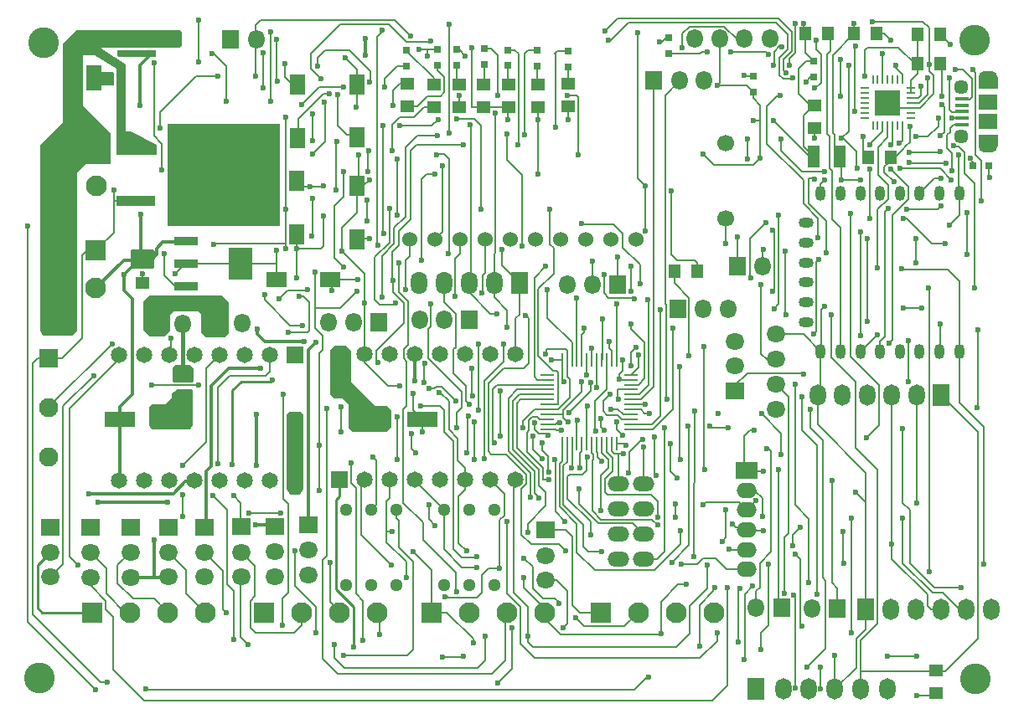
<source format=gtl>
G04*
G04 #@! TF.GenerationSoftware,Altium Limited,Altium Designer,18.1.6 (161)*
G04*
G04 Layer_Physical_Order=1*
G04 Layer_Color=255*
%FSTAX24Y24*%
%MOIN*%
G70*
G01*
G75*
%ADD13C,0.0080*%
%ADD16R,0.0750X0.0590*%
%ADD17R,0.0530X0.0160*%
%ADD18O,0.0750X0.0480*%
%ADD19R,0.0787X0.0591*%
%ADD20R,0.0591X0.0787*%
%ADD21R,0.1240X0.0630*%
%ADD22R,0.0500X0.0870*%
%ADD23R,0.0500X0.0550*%
%ADD24R,0.1540X0.0390*%
%ADD25R,0.4510X0.4110*%
%ADD26R,0.0550X0.0500*%
%ADD27O,0.0800X0.0600*%
%ADD28R,0.0850X0.0650*%
%ADD29R,0.0315X0.0315*%
%ADD30R,0.0315X0.0315*%
%ADD31R,0.0630X0.1004*%
%ADD32R,0.0080X0.0380*%
%ADD33R,0.0380X0.0080*%
%ADD34O,0.0400X0.0600*%
%ADD35O,0.0600X0.0400*%
%ADD36O,0.0600X0.0400*%
%ADD37R,0.0580X0.0090*%
%ADD38R,0.0090X0.0580*%
%ADD39R,0.0980X0.1260*%
%ADD40R,0.0980X0.0350*%
%ADD55R,0.1000X0.1000*%
%ADD86C,0.0130*%
%ADD87C,0.0120*%
%ADD88C,0.0100*%
%ADD89C,0.0138*%
%ADD90C,0.0150*%
%ADD91C,0.0827*%
%ADD92R,0.0827X0.0827*%
%ADD93C,0.0570*%
%ADD94C,0.0240*%
%ADD95R,0.0827X0.0827*%
%ADD96O,0.0750X0.0650*%
%ADD97R,0.0750X0.0650*%
%ADD98O,0.0650X0.0750*%
%ADD99R,0.0650X0.0750*%
%ADD100C,0.1220*%
%ADD101C,0.0650*%
%ADD102R,0.0650X0.0650*%
%ADD103C,0.0600*%
%ADD104O,0.0860X0.0600*%
%ADD105C,0.0512*%
%ADD106C,0.0669*%
%ADD107O,0.0650X0.0900*%
%ADD108R,0.0650X0.0900*%
%ADD109O,0.0650X0.0850*%
%ADD110R,0.0650X0.0850*%
%ADD111O,0.0650X0.0850*%
%ADD112R,0.0650X0.0850*%
%ADD113C,0.0768*%
%ADD114R,0.0768X0.0768*%
%ADD115C,0.0236*%
%ADD116C,0.0240*%
G36*
X01455Y03467D02*
Y034175D01*
X01448Y03407D01*
X01137D01*
Y034022D01*
X012325Y033394D01*
X012325Y032985D01*
Y030745D01*
X01254D01*
X013565Y03021D01*
Y029825D01*
X013542Y029813D01*
X011991Y029805D01*
X011965Y029846D01*
X011965Y033233D01*
X011109Y033756D01*
X01064D01*
X01064Y03176D01*
X011725Y030675D01*
X01173D01*
Y029445D01*
X010756D01*
X010396Y029085D01*
Y022785D01*
X010197Y022599D01*
X009039D01*
X008916Y022785D01*
Y030195D01*
X00941Y030675D01*
X011725D01*
X00941Y030675D01*
X00983Y031095D01*
Y034245D01*
X01036Y034775D01*
X010758D01*
X01076Y03478D01*
X01448D01*
X01455Y03467D01*
D02*
G37*
G36*
X01353Y033954D02*
Y033703D01*
X013515Y0337D01*
X012025D01*
X011995Y033769D01*
Y033928D01*
X01201Y033965D01*
X01349D01*
X01353Y033954D01*
D02*
G37*
G36*
X011875Y033065D02*
Y032595D01*
X011835Y032555D01*
X010997Y032555D01*
X010992Y033105D01*
X011835D01*
X011875Y033065D01*
D02*
G37*
G36*
X047015Y032436D02*
X046265D01*
Y032896D01*
X047015D01*
Y032436D01*
D02*
G37*
G36*
Y03014D02*
X046265D01*
Y0306D01*
X047015D01*
Y03014D01*
D02*
G37*
G36*
X013484Y025972D02*
X013471Y025315D01*
X013412Y025272D01*
X012551Y025278D01*
X012515Y025315D01*
Y025968D01*
X012509Y025974D01*
X012577Y026042D01*
X013409D01*
X013484Y025972D01*
D02*
G37*
G36*
X016437Y023925D02*
Y022715D01*
X016265Y022543D01*
X015507D01*
X015343Y022749D01*
Y023453D01*
X015219Y023577D01*
X014226Y023577D01*
X01408Y023431D01*
X01408Y022778D01*
X013862Y02256D01*
X013288D01*
X013041Y022807D01*
Y02394D01*
X013255Y024197D01*
X016164Y024197D01*
X016437Y023925D01*
D02*
G37*
G36*
X014888Y021433D02*
X015001Y021319D01*
X015046Y021274D01*
Y020807D01*
X014979Y020748D01*
X014231Y020748D01*
X01418Y020798D01*
X01418Y021312D01*
X014305Y021437D01*
X014888Y021433D01*
D02*
G37*
G36*
X015005Y020401D02*
Y019023D01*
X014889Y018874D01*
X013376D01*
X013258Y019023D01*
Y019227D01*
Y01975D01*
X013366Y019876D01*
X013907D01*
X014175Y020145D01*
Y020314D01*
X014413Y020481D01*
X014952D01*
X015005Y020401D01*
D02*
G37*
G36*
X02128Y022001D02*
Y020774D01*
X022264Y01979D01*
X022683D01*
X022883Y019641D01*
Y018963D01*
X022729Y018783D01*
X021342D01*
X02119Y018935D01*
Y0197D01*
Y01985D01*
X020929Y020111D01*
X020596D01*
X02047Y020259D01*
Y022001D01*
X020637Y0222D01*
X021072D01*
X02128Y022001D01*
D02*
G37*
G36*
X0194Y01945D02*
Y016484D01*
X01926Y016272D01*
X018859D01*
X01874Y016484D01*
Y019467D01*
X018831Y01957D01*
X01928D01*
X0194Y01945D01*
D02*
G37*
D13*
X021055Y03366D02*
X02152Y033195D01*
X02816Y01255D02*
Y01298D01*
X029621Y010712D02*
X03363D01*
X04Y022048D02*
X04002Y022028D01*
X045587Y032015D02*
X045885D01*
X01469Y02546D02*
X01474D01*
X0143Y02507D02*
X01469Y02546D01*
X018327D02*
Y025993D01*
X01691Y02546D02*
X018327D01*
Y02483D02*
Y02546D01*
X03303Y024045D02*
X033138Y023937D01*
X020445Y024822D02*
X02054Y024727D01*
X03135Y02429D02*
Y025045D01*
Y02429D02*
X031537Y024103D01*
X032504D02*
X032553Y024054D01*
X031537Y024103D02*
X032504D01*
X03187Y023855D02*
X031873D01*
X03186Y023845D02*
X03187Y023855D01*
X031294Y02166D02*
Y023234D01*
X03131Y02325D01*
X031258Y021624D02*
X031294Y02166D01*
X031258Y021624D02*
X031262Y02162D01*
X032435Y022865D02*
X032978Y022322D01*
X032435Y022865D02*
Y023075D01*
X033304Y018877D02*
X0341Y019674D01*
Y022895D01*
X04Y023628D02*
X040122Y02375D01*
X04Y022048D02*
Y023628D01*
X039813Y022753D02*
Y025533D01*
X03971Y02265D02*
X039813Y022753D01*
X03186Y021647D02*
Y023845D01*
X036266Y008666D02*
Y01256D01*
X01093Y012651D02*
X011538Y012043D01*
X01093Y012651D02*
Y01298D01*
X011538Y011687D02*
X01183Y011395D01*
X011538Y011687D02*
Y012043D01*
X01183Y009285D02*
Y011395D01*
X03626Y01256D02*
X036266D01*
X041575Y009225D02*
X044915D01*
X01133Y0088D02*
X01159D01*
X00862Y01151D02*
X01133Y0088D01*
X00862Y01151D02*
Y0215D01*
X01646Y021D02*
X017901D01*
X01598Y02052D02*
X01646Y021D01*
X017901D02*
X01807Y021169D01*
X02418Y02144D02*
X02424Y0215D01*
X025708Y019743D02*
Y020373D01*
X024375Y021706D02*
X025708Y020373D01*
X024375Y021706D02*
Y022882D01*
X02418Y02073D02*
Y02144D01*
X026095Y02131D02*
X026105Y0213D01*
X02231Y0215D02*
Y02201D01*
X024888Y020568D02*
X02489Y02057D01*
X024691Y020568D02*
X024888D01*
X024608Y020485D02*
X024691Y020568D01*
X024405Y020485D02*
X024608D01*
X015542Y021302D02*
X01607Y02183D01*
X015542Y018352D02*
Y021302D01*
X014612Y017422D02*
X015542Y018352D01*
X01598Y0175D02*
Y02052D01*
X01579Y016229D02*
Y01624D01*
Y016229D02*
X01636Y015659D01*
X029687Y020753D02*
Y02162D01*
X031853Y0183D02*
X03227D01*
X023125Y033335D02*
X02351D01*
X02346Y02443D02*
X02347Y02442D01*
X01869Y02763D02*
X018705Y027645D01*
X020038Y018248D02*
Y021888D01*
X020175Y022025D01*
X01975Y026605D02*
Y02808D01*
X019715Y02657D02*
X01975Y026605D01*
X01911Y02604D02*
X01913Y02602D01*
X02008Y02607D02*
X02019Y02618D01*
X01914Y02607D02*
X02008D01*
X033274Y019074D02*
X033595Y019395D01*
Y02362D01*
X033838Y02009D02*
Y023825D01*
X03378Y023883D02*
X033838Y023825D01*
X04226Y028999D02*
Y03011D01*
X032428Y02437D02*
Y025372D01*
X03761Y02188D02*
Y02463D01*
X011169Y03006D02*
Y030181D01*
X010329Y031021D02*
X011169Y030181D01*
X010329Y031021D02*
Y033909D01*
X01183Y009285D02*
X01306Y008055D01*
X03196Y02086D02*
Y021077D01*
Y02086D02*
X031974Y020846D01*
X03196Y021077D02*
X03209Y021208D01*
X033355Y01711D02*
X03343Y017035D01*
X033355Y01711D02*
Y018575D01*
X03437Y01771D02*
Y02136D01*
Y01771D02*
X03441Y01767D01*
X034705Y019015D02*
X03473Y01899D01*
Y01426D02*
Y01899D01*
X03133Y020001D02*
X03158Y020251D01*
X03133Y01959D02*
Y020001D01*
X030982Y01879D02*
Y019989D01*
X031459Y020466D01*
Y02162D01*
X038195Y035075D02*
X038658Y034612D01*
X038342Y033675D02*
X038658Y033991D01*
Y034612D01*
X02352Y00986D02*
X02377Y01011D01*
X021005Y00986D02*
X02352D01*
X042657Y029478D02*
X04276D01*
X0422Y03462D02*
X042513D01*
X042755Y034378D01*
X02824Y0234D02*
X02835Y02329D01*
X02824Y0234D02*
X028261D01*
X0292Y026246D02*
Y02763D01*
X02952Y01988D02*
Y021137D01*
X029326Y021208D02*
X02945D01*
X02952Y021137D01*
X02505Y01227D02*
X025148Y012172D01*
X026292D02*
X02649Y01237D01*
X025148Y012172D02*
X026292D01*
X02319Y01417D02*
X02377Y01359D01*
Y01011D02*
Y01359D01*
X02349Y01298D02*
Y013584D01*
X0227Y014374D02*
X02349Y013584D01*
Y01298D02*
X023505Y012965D01*
X0217Y01468D02*
X0229Y01348D01*
X0217Y01468D02*
Y01675D01*
X024492Y011575D02*
Y013271D01*
X02375Y014013D02*
X024492Y013271D01*
X02557Y01434D02*
X02589Y01402D01*
X02557Y01434D02*
Y01619D01*
X02746Y017879D02*
X028275Y017064D01*
X026873Y017879D02*
X02746D01*
X02676Y017992D02*
X026873Y017879D01*
X03335Y01326D02*
X03439Y0143D01*
Y01484D01*
X033488Y01506D02*
X033495D01*
X033268Y01528D02*
X033488Y01506D01*
X031243Y01528D02*
X033268D01*
X03419Y01538D02*
Y0159D01*
Y015345D02*
Y01538D01*
X033238Y01627D02*
X033505Y016003D01*
Y01538D02*
Y016003D01*
X030985Y01326D02*
X03335D01*
X032178Y01103D02*
X032722Y011575D01*
X03056Y01103D02*
X032178D01*
X03024Y01135D02*
X03056Y01103D01*
X02972Y01095D02*
X0299Y01113D01*
X03193Y01789D02*
X03211D01*
X031758D02*
X03193D01*
X03211D02*
X03212Y0179D01*
X03193Y0167D02*
Y01789D01*
X031656Y017992D02*
Y0183D01*
Y017992D02*
X031758Y01789D01*
X033748Y01812D02*
Y018922D01*
X037177Y018845D02*
X037345D01*
X036946Y018614D02*
X037177Y018845D01*
X036946Y017306D02*
Y018614D01*
X037825Y021665D02*
X038185D01*
X03761Y02188D02*
X037825Y021665D01*
X038185D02*
X0382Y02165D01*
X0175Y03293D02*
Y034965D01*
X04141Y02926D02*
Y029919D01*
X04589Y02965D02*
X046035Y029505D01*
X0408Y03045D02*
X04109Y03074D01*
Y033361D01*
X040879Y03045D02*
X04141Y029919D01*
X0408Y03045D02*
X040879D01*
X02018Y02855D02*
Y02856D01*
X02015Y02852D02*
X02018Y02855D01*
X03938Y03271D02*
X03956Y03289D01*
X01966Y02852D02*
X02015D01*
X0367Y01249D02*
X03676Y01255D01*
X01986Y02371D02*
Y02513D01*
Y0229D02*
Y02371D01*
X019865Y023715D01*
X020865D01*
X02153Y02438D01*
X01986Y0229D02*
X020175Y022585D01*
X01887Y023D02*
X01935D01*
X01785Y02402D02*
X01887Y023D01*
X01785Y02402D02*
Y02423D01*
X01964Y02281D02*
Y02392D01*
X019575Y022745D02*
X01964Y02281D01*
X018795Y022745D02*
X019575D01*
X02858Y024897D02*
X029045Y025363D01*
X038115Y024435D02*
Y02679D01*
X02858Y02097D02*
Y024897D01*
X03779Y0339D02*
X03788Y03381D01*
X025185Y030665D02*
Y03505D01*
X01201Y01345D02*
X01252Y01396D01*
X01201Y01273D02*
Y01345D01*
Y01273D02*
X012617Y012123D01*
X01402Y01397D02*
X01474Y01325D01*
Y01234D02*
Y01325D01*
Y01234D02*
X0155Y01158D01*
X0162Y011695D02*
Y01324D01*
Y011695D02*
X016315Y01158D01*
X01547Y01397D02*
X0162Y01324D01*
X01636Y01269D02*
Y015659D01*
Y01269D02*
X016615Y012435D01*
X019337Y011067D02*
Y011575D01*
X01903Y01076D02*
X019337Y011067D01*
X017506Y01076D02*
X01903D01*
X017293Y010973D02*
X017506Y01076D01*
X017293Y010973D02*
Y012002D01*
X02815Y01297D02*
X02816Y01298D01*
X0169Y01059D02*
Y013D01*
Y01059D02*
X01719Y0103D01*
X012617Y012123D02*
X013457D01*
X01093Y01396D02*
X01156Y01333D01*
Y01232D02*
Y01333D01*
Y01232D02*
X0123Y01158D01*
X013457Y012123D02*
X014Y01158D01*
X029105Y023305D02*
Y024445D01*
X026525Y0243D02*
Y025003D01*
X02798Y02344D02*
Y02469D01*
X02783Y02329D02*
X02798Y02344D01*
X033138Y020628D02*
Y023937D01*
X032765Y020255D02*
X033138Y020628D01*
X03243Y019074D02*
X033274D01*
X03243Y018877D02*
X033304D01*
X036946Y017306D02*
X03702Y017232D01*
X03706Y017192D01*
X037698D01*
X028725Y029025D02*
Y031713D01*
X02112Y03059D02*
X02152D01*
X02434Y033995D02*
X02474D01*
X024005D02*
X02434D01*
Y03372D02*
Y033995D01*
X0246Y03259D02*
Y03285D01*
X02351Y03394D02*
X0246Y03285D01*
X02351Y03394D02*
Y033975D01*
X032565Y008515D02*
X033115Y009065D01*
X04017Y01013D02*
Y01284D01*
X039435Y009395D02*
X04017Y01013D01*
X04156Y00921D02*
Y01045D01*
Y00854D02*
Y00921D01*
X041575Y009225D01*
X044915D02*
X046222Y010532D01*
Y018777D01*
X044778Y02022D02*
X046222Y018777D01*
X04226Y028999D02*
X042665Y028594D01*
X042512Y029098D02*
X04289Y02872D01*
X04314Y02928D02*
X043168Y029252D01*
X044718D01*
X04348Y02998D02*
X04354Y02992D01*
X04473Y02991D02*
X04474Y02992D01*
X04348Y02991D02*
X04473D01*
X032823Y020058D02*
X03334Y020575D01*
Y03275D01*
X03805Y02437D02*
X038115Y024435D01*
X03756Y031165D02*
Y03178D01*
Y02965D02*
Y031165D01*
X037555Y03117D02*
X03756Y031165D01*
X03731Y03117D02*
X037555D01*
X026525Y025003D02*
X02662Y025098D01*
X03935Y03388D02*
X03971Y03352D01*
X03935Y03388D02*
Y03462D01*
X018778Y024408D02*
X019538D01*
X019565Y024435D01*
X031065Y020513D02*
Y02162D01*
X03106Y020519D02*
Y02053D01*
Y020519D02*
X031065Y020513D01*
X027215Y018595D02*
Y02038D01*
X02723Y020395D01*
X027089Y020649D02*
X02911D01*
X02692Y02048D02*
X027089Y020649D01*
X02692Y01844D02*
Y02048D01*
X02551Y031225D02*
X025513Y031228D01*
X02313Y027405D02*
Y02964D01*
X022433Y02383D02*
X023075D01*
X02282Y026301D02*
Y027665D01*
X02224Y025721D02*
X02282Y026301D01*
X02345Y027328D02*
Y03009D01*
X02301Y026888D02*
X02345Y027328D01*
X022552Y026678D02*
Y030912D01*
X02258Y03094D01*
X022552Y026678D02*
X02258Y02665D01*
X02489Y02057D02*
X02547Y01999D01*
X02518Y018852D02*
Y01999D01*
X02484Y02033D02*
X02518Y01999D01*
X0262Y0177D02*
Y019155D01*
X026195Y017695D02*
X0262Y0177D01*
X02312Y019348D02*
X023124Y019351D01*
X02312Y01766D02*
Y019348D01*
X01969Y03384D02*
X020848Y034998D01*
X01969Y033235D02*
Y03384D01*
Y033235D02*
X019692Y033238D01*
X0201Y03283D01*
X02277Y0206D02*
X023215D01*
X023512Y01981D02*
Y021569D01*
X02376Y019619D02*
Y0203D01*
X02405Y01979D02*
X024839D01*
X023369Y015945D02*
Y019667D01*
X02973Y02077D02*
X02976D01*
X02997Y01954D02*
X03082Y02039D01*
X02991Y01916D02*
X02993D01*
X023032Y035158D02*
X02366Y03453D01*
X017693Y035158D02*
X023032D01*
X0175Y034965D02*
X017693Y035158D01*
X018087Y031943D02*
Y0347D01*
Y031943D02*
X01809Y03194D01*
X018325Y032765D02*
Y03441D01*
Y032765D02*
X01835Y03274D01*
X01867Y0329D02*
Y03344D01*
X022785Y034998D02*
X023491Y034292D01*
X020848Y034998D02*
X022785D01*
X022525Y034695D02*
Y03476D01*
X022332Y034502D02*
X022525Y034695D01*
X038309Y023869D02*
Y027409D01*
X03812Y02368D02*
X038309Y023869D01*
X03806Y02679D02*
X038115D01*
X040403Y023421D02*
Y023436D01*
Y021727D02*
Y023421D01*
X038547Y025963D02*
X03856Y02595D01*
X00842Y01121D02*
X01113Y0085D01*
X00842Y01121D02*
Y02698D01*
X011865Y02796D02*
Y028415D01*
Y026715D02*
Y02796D01*
X011866Y027961D02*
X012735D01*
X011865Y02796D02*
X011866Y027961D01*
X013455Y030555D02*
Y03347D01*
Y030555D02*
X01377Y03024D01*
X013695Y03087D02*
Y031505D01*
X01513Y03294D01*
X02993Y0312D02*
Y03172D01*
X029415Y030915D02*
Y033815D01*
X02941Y03382D02*
X029415Y033815D01*
X02941Y03382D02*
X02951Y03392D01*
X028725Y029025D02*
X028726Y029024D01*
X027525Y031685D02*
X02755Y03171D01*
X027525Y03121D02*
Y031685D01*
X01861Y016101D02*
X018812Y015899D01*
X01861Y016101D02*
Y020265D01*
X020175Y022025D02*
Y022585D01*
X020038Y01642D02*
Y018248D01*
X034756Y010731D02*
Y011841D01*
X034216Y010191D02*
X034756Y010731D01*
X033536Y010191D02*
X034216D01*
X02853Y01019D02*
X033535D01*
X033536Y010191D01*
X035455Y01347D02*
X03546Y013465D01*
Y012545D02*
Y013465D01*
X034756Y011841D02*
X03546Y012545D01*
X01312Y008525D02*
X01313Y008515D01*
X032565D01*
X0357Y01243D02*
Y01257D01*
X033115Y009012D02*
Y009065D01*
X01306Y008055D02*
X035655D01*
X036266Y008666D01*
X03363Y01201D02*
X03431Y01269D01*
X034645D01*
X02877Y018712D02*
X029048D01*
X02861Y018873D02*
X02877Y018712D01*
X029128Y017108D02*
Y017793D01*
X030667Y01724D02*
Y01779D01*
X0307D01*
X030982Y01879D02*
X03102D01*
X03056Y022725D02*
Y0229D01*
X030475Y02264D02*
X03056Y022725D01*
X030475Y02162D02*
Y02264D01*
X031656Y02162D02*
Y022014D01*
X03156Y02211D02*
X031656Y022014D01*
X03156Y02211D02*
Y022375D01*
X03378Y023883D02*
Y03218D01*
X032416Y021394D02*
Y021944D01*
Y021394D02*
X03242Y02139D01*
X032416Y021944D02*
X03262Y022148D01*
X043275Y02371D02*
X044007D01*
X044044Y023674D01*
X04376Y02551D02*
Y026475D01*
X043229Y025225D02*
X045015D01*
X043184Y02527D02*
X043229Y025225D01*
X04326Y02725D02*
X0434D01*
X04438Y02627D01*
X04492D01*
X04579Y027485D02*
X04581Y027505D01*
X04579Y02584D02*
Y027485D01*
X04464Y02764D02*
X04476Y02776D01*
X04338Y02764D02*
X04464D01*
X0461Y02451D02*
Y02866D01*
X046133Y024512D02*
X046135Y02451D01*
X04581Y027505D02*
X045845D01*
X045698Y029762D02*
Y029902D01*
X045479Y030121D02*
X045698Y029902D01*
X045279Y030121D02*
X045479D01*
X045702Y029058D02*
X0461Y02866D01*
X045698Y029762D02*
X045702Y029759D01*
Y029058D02*
Y029759D01*
X04546Y028305D02*
X045485Y02828D01*
X04546Y028305D02*
Y0298D01*
X044035Y0351D02*
X04428Y034855D01*
Y03341D02*
Y034855D01*
Y033147D02*
Y03341D01*
Y033147D02*
X044468Y032959D01*
X033565Y034305D02*
X033665D01*
X033825Y034465D01*
X031905Y035235D02*
X038298D01*
X0314Y03473D02*
X031905Y035235D01*
X01298Y02471D02*
X01299Y02472D01*
Y02507D01*
X01114Y02599D02*
X011865Y026715D01*
X010785Y02599D02*
X01114D01*
X01059Y025795D02*
X010785Y02599D01*
X01059Y0225D02*
Y025795D01*
X032968Y019862D02*
X03298Y01985D01*
X03243Y019862D02*
X032968D01*
X0327Y02885D02*
Y03459D01*
Y02885D02*
X033Y02855D01*
X01723Y01552D02*
X01842D01*
X01459Y016258D02*
X014612Y01628D01*
X01459Y01541D02*
Y016258D01*
X032358Y017962D02*
X032908Y018512D01*
X028802Y019271D02*
X02911D01*
X028709Y019365D02*
X028802Y019271D01*
X028292Y018745D02*
X028372Y018825D01*
X02813Y019209D02*
X028585Y019665D01*
X02813Y01893D02*
Y019209D01*
X028372Y018825D02*
Y019225D01*
X028585Y019665D02*
X02911D01*
X028511Y019365D02*
X028709D01*
X028372Y019225D02*
X028511Y019365D01*
X02861Y018873D02*
Y019126D01*
X027892Y01813D02*
Y019912D01*
X027732Y018064D02*
Y020002D01*
X027572Y017997D02*
Y020112D01*
X027912Y020452D01*
X027572Y017997D02*
X028435Y017134D01*
X027732Y020002D02*
X027985Y020255D01*
X027732Y018064D02*
X028595Y017201D01*
X027892Y019912D02*
X028038Y020058D01*
X027892Y01813D02*
X028755Y017267D01*
X025932Y017962D02*
Y019367D01*
X02596Y019395D01*
X02234Y02153D02*
X02235D01*
X02231Y0215D02*
X02234Y02153D01*
X02479Y02033D02*
X02484D01*
X025375Y022068D02*
X025455Y022148D01*
X025375Y0211D02*
Y022068D01*
X026373Y019648D02*
Y022278D01*
X02183Y02154D02*
X02277Y0206D01*
X022528Y024128D02*
Y025783D01*
X02301Y026265D01*
X02184Y02389D02*
Y02506D01*
X02094Y02596D02*
X02184Y02506D01*
X01869Y02607D02*
Y02626D01*
X01587D02*
X01869D01*
X00927Y01977D02*
X01178Y02228D01*
X00927Y019728D02*
Y01977D01*
X02438Y015295D02*
X024645Y01503D01*
X02438Y015295D02*
Y01585D01*
X02319Y01417D02*
Y01522D01*
X0227Y014374D02*
Y01479D01*
X01842Y01552D02*
X01846Y01548D01*
X02062Y009767D02*
Y010285D01*
Y009767D02*
X021035Y009352D01*
X020158Y009727D02*
X020765Y00912D01*
X020158Y009727D02*
Y013665D01*
X044282Y013208D02*
X044295Y013195D01*
X044282Y013208D02*
Y024477D01*
X04021Y0259D02*
Y02717D01*
X045015Y025225D02*
X045485Y024755D01*
X042818Y022418D02*
Y027415D01*
X043281Y027878D01*
X043287D02*
X043453Y028043D01*
X043281Y027878D02*
X043287D01*
X032439Y021043D02*
X032718Y021322D01*
X03272Y02132D01*
Y02183D01*
X034745Y021805D02*
Y024109D01*
X032978Y020889D02*
Y022322D01*
X032738Y020649D02*
X032978Y020889D01*
X03025Y021648D02*
Y0241D01*
Y021648D02*
X030278Y02162D01*
X031065Y017978D02*
X031098Y017945D01*
Y017754D02*
Y017945D01*
Y017754D02*
X031262Y01759D01*
X034255Y01692D02*
X03426D01*
X03399Y017185D02*
X034255Y01692D01*
X03399Y017185D02*
Y01831D01*
X033748Y018922D02*
X03375Y018924D01*
X034945Y013835D02*
X03497Y01961D01*
X03492Y01381D02*
X034945Y013835D01*
X03405Y01358D02*
X03473Y01426D01*
X038535Y014561D02*
X03871Y014736D01*
X038535Y012325D02*
Y014561D01*
X036722Y015955D02*
X03702Y015657D01*
X035385Y015955D02*
X036722D01*
X0353Y01587D02*
X035385Y015955D01*
X026105Y0213D02*
Y02131D01*
Y020205D02*
Y0213D01*
Y020205D02*
X02612Y02019D01*
X02636Y019635D02*
X026373Y019648D01*
X0266Y0177D02*
Y020815D01*
X02676Y017992D02*
Y020695D01*
X025868Y019992D02*
X02598Y01988D01*
X025868Y019992D02*
Y020607D01*
X025512Y019547D02*
X025708Y019743D01*
X025512Y018942D02*
Y019547D01*
X025375Y0211D02*
X025868Y020607D01*
X02815Y021295D02*
X02835Y021495D01*
X02736Y021295D02*
X02815D01*
X02676Y020695D02*
X02736Y021295D01*
X02835Y021495D02*
Y02329D01*
X02735Y021565D02*
Y02227D01*
X0266Y020815D02*
X02735Y021565D01*
X044718Y029252D02*
X04516Y02881D01*
X02462Y02642D02*
X024938Y026738D01*
X04512Y03085D02*
X045276Y031006D01*
X04512Y030707D02*
Y03085D01*
X045012Y030599D02*
X04512Y030707D01*
X045012Y030051D02*
Y030599D01*
X012125Y03383D02*
X013359D01*
X013369Y03382D01*
X011094Y032905D02*
X01159D01*
X01107Y032881D02*
X011094Y032905D01*
X011086Y034259D02*
X014054D01*
X012075Y030699D02*
Y03327D01*
X011086Y034259D02*
X012075Y03327D01*
X01107Y034259D02*
X011086D01*
X010329Y033909D02*
X010679Y034259D01*
X01107D01*
X012075Y030699D02*
X012735Y030039D01*
X014054Y034259D02*
X01436Y034565D01*
X04024Y033815D02*
X04035Y033925D01*
X04024Y030625D02*
Y033815D01*
Y030625D02*
X04034Y030525D01*
X04045Y03377D02*
X0413Y03462D01*
X04045Y03067D02*
Y03377D01*
Y03067D02*
X04052Y0306D01*
X031485Y01627D02*
X033238D01*
X03138Y016375D02*
X031485Y01627D01*
X03138Y016375D02*
Y016888D01*
X029997Y017082D02*
X030509D01*
X029901Y016986D02*
X029997Y017082D01*
X029901Y01611D02*
Y016986D01*
X030509Y017082D02*
X030667Y01724D01*
X029581Y017504D02*
X029687Y017611D01*
X029581Y015789D02*
Y017504D01*
X029741Y017438D02*
X029884Y017581D01*
X030088Y011866D02*
Y014597D01*
X029835Y01485D02*
X030088Y014597D01*
X02903Y01485D02*
X029835D01*
X01907Y01683D02*
Y019381D01*
X013375Y020645D02*
X013393Y020627D01*
X015244D01*
X018812Y012382D02*
Y015899D01*
X01857Y01214D02*
X018812Y012382D01*
X01907Y019381D02*
X019094Y019357D01*
Y01929D02*
Y019357D01*
X02089Y018778D02*
Y01978D01*
X02089Y01978D01*
X01407Y02183D02*
X014115Y021875D01*
Y022513D01*
X01386Y02499D02*
X014292Y024558D01*
X01474D01*
X01459Y02308D02*
X014631Y023121D01*
X025185Y030665D02*
X02519Y03066D01*
X01522Y03349D02*
Y03515D01*
X024422Y034292D02*
X02445Y03432D01*
X04128Y03464D02*
Y03503D01*
X03931Y03466D02*
Y03502D01*
Y03466D02*
X03935Y03462D01*
X03706Y02964D02*
Y03042D01*
Y0296D02*
Y02964D01*
X038298Y035235D02*
X038818Y034715D01*
X045276Y031006D02*
X04558D01*
X045152Y031262D02*
X045587D01*
X04519Y03151D02*
X045587D01*
X04558Y032022D02*
X045587Y032015D01*
X045885D02*
X045985Y032115D01*
Y032845D01*
X04525Y03015D02*
X045279Y030121D01*
X045198Y029168D02*
Y029865D01*
X045012Y030051D02*
X045198Y029865D01*
X045153Y03126D02*
X045188D01*
X044888Y030701D02*
Y031686D01*
X04511Y03159D02*
Y03285D01*
Y03159D02*
X04519Y03151D01*
X04479Y031784D02*
Y03181D01*
X043916Y031673D02*
X044468Y032226D01*
X04423Y032214D02*
Y03286D01*
X043886Y03187D02*
X04423Y032214D01*
X04396Y03217D02*
Y03252D01*
X043857Y032067D02*
X04396Y03217D01*
X04478Y03213D02*
Y03337D01*
X04479Y031784D02*
X044888Y031686D01*
X04465Y03094D02*
Y03125D01*
X044235Y030525D02*
X04465Y03094D01*
X045152Y031262D02*
X045153Y03126D01*
X044739Y030553D02*
X044888Y030701D01*
X046145Y029795D02*
Y033065D01*
X04563Y0332D02*
X045985Y032845D01*
X046145Y029795D02*
X04636Y02958D01*
X04602Y03319D02*
X046145Y033065D01*
X02202Y02881D02*
X02203D01*
X021773Y028563D02*
X02202Y02881D01*
X02152Y028563D02*
X021773D01*
X04204Y0351D02*
X044035D01*
X032358Y017184D02*
Y017962D01*
X03232Y017146D02*
X032358Y017184D01*
X0307Y01778D02*
Y01779D01*
X030868Y017948D02*
Y0183D01*
Y017948D02*
X030938Y017879D01*
Y017681D02*
Y017879D01*
X031065Y017978D02*
Y0183D01*
X031262Y017927D02*
Y0183D01*
Y017927D02*
X03152Y017669D01*
X030475Y017992D02*
Y0183D01*
X03041Y017927D02*
X030475Y017992D01*
X03041Y01732D02*
Y017927D01*
X03005Y01733D02*
X030081Y017361D01*
Y0183D01*
X02916Y01714D02*
Y01717D01*
X029128Y017108D02*
X02916Y01714D01*
X028292Y017956D02*
X028915Y017333D01*
Y016875D02*
Y017333D01*
X028755Y016625D02*
Y017267D01*
X028595Y016332D02*
Y017201D01*
X028435Y016165D02*
Y017134D01*
X028275Y016696D02*
Y017064D01*
X02894Y01685D02*
X02917D01*
X028915Y016875D02*
X02894Y01685D01*
X029421Y015599D02*
Y017639D01*
X029741Y015855D02*
Y017438D01*
X03035Y015889D02*
X031119Y01512D01*
X03035Y015889D02*
Y01651D01*
X029901Y01611D02*
X03082Y015191D01*
X030542Y0142D02*
Y015054D01*
X029741Y015855D02*
X030542Y015054D01*
X030265Y01398D02*
Y015105D01*
X029581Y015789D02*
X030265Y015105D01*
X03088Y017624D02*
X030938Y017681D01*
X03088Y01747D02*
Y017624D01*
X03152Y01732D02*
Y017669D01*
X03168Y017188D02*
Y017742D01*
X029884Y017581D02*
Y0183D01*
X029687Y017611D02*
Y0183D01*
X0294Y01766D02*
X029421Y017639D01*
X02889Y018032D02*
X029128Y017793D01*
X02853Y018055D02*
X02889Y017695D01*
X031459Y017963D02*
Y0183D01*
Y017963D02*
X03168Y017742D01*
X03243Y020649D02*
X032738D01*
X031974Y020846D02*
X03243D01*
X03191Y020092D02*
Y020452D01*
Y020092D02*
X031942Y02006D01*
X03191Y020452D02*
X03243D01*
X02692Y01844D02*
X027012Y018348D01*
X02853Y018055D02*
Y0186D01*
X029048Y018712D02*
X02913Y01863D01*
X028292Y017956D02*
Y018745D01*
X02889Y018032D02*
Y01834D01*
X029477Y01882D02*
X02966D01*
X028038Y020058D02*
X02911D01*
X029559Y01914D02*
X029594D01*
X028079Y0165D02*
X028275Y016696D01*
X03911Y03223D02*
Y03324D01*
Y03223D02*
X03956Y03178D01*
X03911Y03324D02*
X03939Y03352D01*
X04519Y02916D02*
X045198Y029168D01*
X03082Y02039D02*
Y02074D01*
X03133Y01959D02*
X031478Y019442D01*
X03046Y02077D02*
X03047Y02076D01*
Y020377D02*
Y02076D01*
X029732Y019639D02*
X03047Y020377D01*
X029884Y020983D02*
X03Y020867D01*
Y020133D02*
Y020867D01*
X029531Y019665D02*
X03Y020133D01*
X029884Y020983D02*
Y02162D01*
X0297Y02074D02*
X02973Y02077D01*
X03186Y01887D02*
Y01915D01*
X032076Y019271D02*
X03243D01*
X031905Y019442D02*
X032076Y019271D01*
X032122Y019468D02*
X03243D01*
X03191Y01968D02*
X032122Y019468D01*
X031478Y019442D02*
X031905D01*
X031619Y01968D02*
X03191D01*
X02615Y01036D02*
Y01052D01*
X025095Y011575D02*
X02615Y01052D01*
X024492Y011575D02*
X025095D01*
X04436Y01169D02*
X04477D01*
X04422Y01183D02*
X04436Y01169D01*
X04422Y01183D02*
Y0123D01*
X045499Y01169D02*
X04577D01*
X044839Y01235D02*
X045499Y01169D01*
X04442Y01235D02*
X044839D01*
X04324Y01353D02*
X04442Y01235D01*
X04454Y00825D02*
X04455Y00824D01*
X04378Y00825D02*
X04454D01*
X04378Y00984D02*
X04379Y00983D01*
X04262Y00984D02*
X04378D01*
X04053Y00986D02*
X04054Y00985D01*
Y00854D02*
Y00985D01*
Y00854D02*
X04138Y00938D01*
Y010525D01*
X04177Y010915D01*
Y01169D01*
X039973Y020336D02*
Y021981D01*
X039857Y02022D02*
X039973Y020336D01*
X039857Y019053D02*
Y02022D01*
Y019053D02*
X04177Y01714D01*
X039973Y021981D02*
X04002Y022028D01*
X039294Y02266D02*
X039973Y021981D01*
X0382Y02266D02*
X039294D01*
X04177Y01595D02*
Y01714D01*
X04137Y01635D02*
X04177Y01595D01*
Y01169D02*
Y01595D01*
X037312Y029402D02*
X03756Y02965D01*
X035302Y02984D02*
X03574Y029402D01*
X037312D01*
X03838Y02996D02*
X03922Y02912D01*
X03838Y02996D02*
Y03043D01*
X03922Y02912D02*
X04012D01*
X03931Y03013D02*
X03971Y02973D01*
X03931Y03013D02*
Y03135D01*
X03953Y02973D02*
X03971D01*
X03809Y03117D02*
X03953Y02973D01*
X029846Y02205D02*
X029884Y022012D01*
Y02162D02*
Y022012D01*
X02357Y022249D02*
Y023963D01*
X023385Y022064D02*
X02357Y022249D01*
X02319Y024343D02*
X02357Y023963D01*
X023385Y021696D02*
Y022064D01*
X023369Y019667D02*
X023512Y01981D01*
X023385Y021696D02*
X023512Y021569D01*
X02034Y013847D02*
Y01753D01*
X020158Y013665D02*
X02034Y013847D01*
X01988Y01077D02*
Y0118D01*
X02383Y016838D02*
X024995Y015673D01*
X023369Y015945D02*
X02415Y015164D01*
Y01448D02*
Y015164D01*
Y01448D02*
X02547Y01316D01*
X02308Y015658D02*
X023095Y015673D01*
X02308Y01533D02*
Y015658D01*
Y01533D02*
X02319Y01522D01*
X023095Y015673D02*
X02319Y015578D01*
X02942Y018877D02*
X029477Y01882D01*
X02911Y018877D02*
X02942D01*
X029832Y019238D02*
X02991Y01916D01*
X029832Y019238D02*
Y019238D01*
X029732Y019338D02*
X029832Y019238D01*
X029732Y019338D02*
Y019448D01*
X02911Y019468D02*
X029712D01*
X030265Y01398D02*
X030985Y01326D01*
X04324Y01593D02*
X04352Y01565D01*
Y01352D02*
Y01565D01*
Y01352D02*
X04449Y01255D01*
X04281Y01371D02*
X04422Y0123D01*
X04281Y01371D02*
Y0143D01*
X04324Y01353D02*
Y01534D01*
X03088Y01747D02*
X030882Y017469D01*
Y015641D02*
Y017469D01*
Y015641D02*
X031243Y01528D01*
X03122Y01702D02*
X03152Y01732D01*
X03122Y01564D02*
Y01702D01*
X03138Y016888D02*
X03168Y017188D01*
X029712Y019468D02*
X029732Y019448D01*
X030672Y021052D02*
Y02162D01*
X03065Y02103D02*
X030672Y021052D01*
X025375Y014095D02*
Y018402D01*
X025Y018777D02*
X025375Y018402D01*
Y014095D02*
X025698Y013772D01*
X025535Y017635D02*
Y018497D01*
Y017635D02*
X02583Y01734D01*
Y01688D02*
Y01734D01*
X02557Y01619D02*
X02584Y01646D01*
Y01687D01*
X02583Y01688D02*
X02584Y01687D01*
X02518Y018852D02*
X025535Y018497D01*
X008817Y021697D02*
X00927D01*
X00862Y0215D02*
X008817Y021697D01*
X009787D02*
X01059Y0225D01*
X00927Y021697D02*
X009787D01*
X035857Y010447D02*
Y010769D01*
X03517Y00976D02*
X035857Y010447D01*
X02861Y00976D02*
X03517D01*
X02832Y0104D02*
X02853Y01019D01*
X03363Y01072D02*
Y01201D01*
X02224Y024023D02*
Y025721D01*
Y024023D02*
X022433Y02383D01*
X02183Y02154D02*
Y02188D01*
X02874Y021793D02*
X029326Y021208D01*
X029502Y019862D02*
X02952Y01988D01*
X02911Y019862D02*
X029502D01*
X02911Y019665D02*
X029531D01*
X027912Y020452D02*
X02911D01*
X02876Y01612D02*
Y016167D01*
X028079Y014674D02*
Y0165D01*
X02776Y01235D02*
Y01681D01*
X02843Y01616D02*
X028435Y016165D01*
X028755Y016625D02*
X02903Y01635D01*
X028595Y016332D02*
X02876Y016167D01*
X028453Y0143D02*
X02957D01*
X028079Y014674D02*
X028453Y0143D01*
X03082Y01468D02*
Y015191D01*
X030742Y014D02*
X031262D01*
X030542Y0142D02*
X030742Y014D01*
X029421Y015599D02*
X02981Y01521D01*
X035802Y013728D02*
X036235Y013295D01*
X03506Y0135D02*
X035288Y013728D01*
X035802D01*
X03606Y01441D02*
X0362Y01455D01*
Y01568D01*
X0292Y026246D02*
X02935Y026096D01*
Y02507D02*
Y026096D01*
X02874Y02446D02*
X02935Y02507D01*
X02809Y02615D02*
Y02901D01*
X0275Y0296D02*
X02809Y02901D01*
X0275Y0296D02*
Y03063D01*
X027042Y025892D02*
Y031448D01*
X027027Y031463D02*
X027042Y031448D01*
X025005Y032286D02*
Y032885D01*
X02474Y03315D02*
X025005Y032885D01*
X02474Y03315D02*
Y033365D01*
X027955Y030235D02*
Y033835D01*
X027809Y033981D02*
X027955Y033835D01*
X02753Y033981D02*
X027809D01*
X028335Y03395D02*
X02871D01*
X02821Y033825D02*
X028335Y03395D01*
X02821Y030598D02*
Y033825D01*
X02951Y03392D02*
X029915D01*
X03034Y029811D02*
Y0321D01*
X03027Y03217D02*
X03034Y0321D01*
X02989Y03217D02*
X03027D01*
X02362Y02577D02*
Y02642D01*
X02346Y02561D02*
X02362Y02577D01*
X02346Y02443D02*
Y02561D01*
X02292Y02996D02*
Y031D01*
X02322Y0313D01*
X023809D01*
X024199Y03169D01*
X02324Y03263D02*
X02353D01*
X022975Y032365D02*
X02324Y03263D01*
X022975Y031785D02*
Y032365D01*
X02297Y03178D02*
X022975Y031785D01*
X02428Y02904D02*
X02463D01*
X02408Y02884D02*
X02428Y02904D01*
X02408Y0256D02*
Y02884D01*
X024938Y026738D02*
Y029382D01*
X024982Y029828D02*
X02519Y02962D01*
X02712Y00878D02*
X02768Y00934D01*
X016615Y010495D02*
Y012435D01*
X030672Y019782D02*
X03069Y0198D01*
X03378Y03218D02*
X03435Y03275D01*
X03402Y02583D02*
X03426Y02559D01*
X03402Y02583D02*
Y02837D01*
X03506Y02518D02*
Y0255D01*
X03497Y02559D02*
X03506Y0255D01*
X03426Y02559D02*
X03497D01*
X034155Y025175D02*
X03416Y02518D01*
X034155Y024699D02*
Y025175D01*
Y024699D02*
X034745Y024109D01*
X04532Y0332D02*
X04563D01*
X043555Y032773D02*
X04383Y033048D01*
X043555Y032461D02*
Y032773D01*
X04383Y033048D02*
Y03342D01*
X044468Y032226D02*
Y032959D01*
X043555Y03187D02*
X043886D01*
X043555Y031673D02*
X043916D01*
X043555Y032067D02*
X043857D01*
X04076Y03213D02*
Y033609D01*
X04173Y03294D02*
X04174Y03293D01*
X04052Y02994D02*
X04073Y02973D01*
X04052Y02994D02*
Y0306D01*
X043378Y030158D02*
X043515Y030295D01*
Y030925D01*
X043753Y030525D02*
X044235D01*
X04133Y031549D02*
Y03411D01*
X04174Y03297D02*
Y03398D01*
X04183Y03407D01*
X043064D01*
X04244Y032788D02*
Y03382D01*
Y032788D02*
X042443Y032785D01*
X043064Y03407D02*
X043714Y03342D01*
X04383D01*
X042951Y033283D02*
Y033366D01*
X04448Y02885D02*
X04475D01*
X042837Y031673D02*
X043555D01*
X03956Y03289D02*
X03971D01*
X03956Y03178D02*
X03974D01*
X03939Y03352D02*
X03971D01*
X038822Y032832D02*
X03886Y03287D01*
X03874Y03338D02*
Y033621D01*
X038342Y032981D02*
X038491Y032832D01*
X038502Y033609D02*
X038818Y033925D01*
X038502Y033158D02*
X03859Y03307D01*
X038502Y033158D02*
Y033609D01*
X038342Y032981D02*
Y033675D01*
X03859Y03307D02*
X038611D01*
X03641Y0339D02*
X03779D01*
X03525D02*
X03545D01*
X035172Y033822D02*
X03525Y0339D01*
X038118Y033895D02*
X038343Y03412D01*
X038118Y033375D02*
Y033895D01*
X038102Y033358D02*
X038118Y033375D01*
X038491Y032832D02*
X038822D01*
X038262Y032158D02*
X038378D01*
X038363Y0341D02*
X03842D01*
X038818Y033925D02*
Y034715D01*
X038978Y033859D02*
Y035002D01*
X03895Y03503D02*
X038978Y035002D01*
X038343Y03412D02*
X038363Y0341D01*
X032335Y035075D02*
X038195D01*
X031618Y034358D02*
X032335Y035075D01*
X03154Y034358D02*
X031618D01*
X023491Y034292D02*
X024422D01*
X02608Y0317D02*
X02609Y03171D01*
Y03407D01*
X03186Y01887D02*
X0321Y01863D01*
X03122Y01896D02*
X03135Y01883D01*
X03122Y01896D02*
Y01931D01*
X030672Y0183D02*
Y019782D01*
X03717Y02492D02*
X0372Y02489D01*
X03717Y02492D02*
Y02648D01*
X03779Y0271D01*
X03928Y02787D02*
Y0288D01*
X03784Y03024D02*
X03928Y0288D01*
X03784Y03024D02*
Y03174D01*
X03826Y03216D01*
X03729Y03205D02*
X03756Y03178D01*
X03974Y03245D02*
X039769D01*
X042951Y033283D02*
X043231Y033003D01*
Y032785D02*
Y033003D01*
X0459Y02966D02*
X04594D01*
X04589Y02965D02*
X0459Y02966D01*
X044249Y02451D02*
X044282Y024477D01*
X02889Y011473D02*
X028992Y011575D01*
X02889Y011443D02*
Y011473D01*
Y011443D02*
X029621Y010712D01*
X02903Y02188D02*
X02906Y02191D01*
Y02205D01*
X029846D01*
X03209Y0216D02*
X03211Y02162D01*
X03209Y021208D02*
Y0216D01*
X029687Y020753D02*
X0297Y02074D01*
X02925Y02162D02*
X029687D01*
X029732Y019488D02*
Y019639D01*
X029712Y019468D02*
X029732Y019488D01*
X03656Y02039D02*
Y02062D01*
X037055Y021115D01*
X039265D01*
X03931Y02107D01*
X03532Y01729D02*
Y02218D01*
X03243Y021043D02*
X032439D01*
X02698Y02469D02*
Y02583D01*
X027042Y025892D01*
X02728Y02539D02*
Y02604D01*
Y02539D02*
X02798Y02469D01*
X029527Y019171D02*
X029559Y01914D01*
X02943Y019074D02*
X029527Y019171D01*
X02911Y019074D02*
X02943D01*
X03532Y01729D02*
X03536Y01725D01*
X03694Y01495D02*
X03702Y01487D01*
X0366Y01495D02*
X03694D01*
X03646Y01509D02*
X0366Y01495D01*
X03375Y01399D02*
Y018118D01*
X03251Y01512D02*
X03293Y0147D01*
X031119Y01512D02*
X03251D01*
X039165Y011105D02*
Y013695D01*
X03895Y01391D02*
X039165Y013695D01*
X03632Y0141D02*
X036337Y014083D01*
X03702D01*
X03886Y01423D02*
Y01466D01*
X03951Y01277D02*
Y0153D01*
X03895Y01586D02*
X03951Y0153D01*
X03895Y01586D02*
Y02066D01*
X03871Y014736D02*
Y02016D01*
X03828Y01189D02*
Y01726D01*
X03886Y01466D02*
X03917Y01497D01*
X03828Y01189D02*
X03842Y01175D01*
X039813Y025533D02*
X0399Y02562D01*
X03801Y014D02*
Y017986D01*
X03755Y01354D02*
X03801Y014D01*
X03705Y01484D02*
X0377D01*
X03702Y01487D02*
X03705Y01484D01*
X04085Y01356D02*
Y01479D01*
Y01356D02*
X04088Y01353D01*
X04449Y01255D02*
X04556D01*
X03447Y03406D02*
Y034619D01*
X033953Y033822D02*
X035172D01*
X03394Y033835D02*
X033953Y033822D01*
X03447Y034619D02*
X034766Y034915D01*
X036144D01*
X036639Y03442D01*
X03694D01*
X03874Y033621D02*
X038978Y033859D01*
X03826Y03216D02*
X038262Y032158D01*
X04133Y03411D02*
X04135Y03413D01*
X0398Y034005D02*
Y03437D01*
X03974Y03046D02*
Y03088D01*
X039973Y028633D02*
X04014Y0288D01*
X03973Y02885D02*
X03974Y02884D01*
X03951Y02885D02*
X03973D01*
X03951Y02787D02*
Y02885D01*
Y02787D02*
X04021Y02717D01*
X03987Y0265D02*
Y02728D01*
X03928Y02787D02*
X03987Y02728D01*
X01995Y03332D02*
X01996Y03333D01*
X02024Y03189D02*
X02026Y03187D01*
Y03032D02*
Y03187D01*
X01977Y02983D02*
X02026Y03032D01*
X019373Y02852D02*
X01966D01*
X01913Y028763D02*
X019373Y02852D01*
X01832Y026D02*
X018327Y025993D01*
X04254Y02257D02*
Y02754D01*
X04265Y02765D01*
X04183Y02317D02*
Y02648D01*
X042246Y0253D02*
Y027624D01*
X04156Y0226D02*
Y02673D01*
X04115Y02176D02*
Y02745D01*
X04076Y021981D02*
Y026896D01*
X03856Y02345D02*
Y02595D01*
X02231Y02201D02*
X02341Y02311D01*
X03056Y0229D02*
X03057D01*
X033838Y02009D02*
X033858Y02007D01*
X033748Y01812D02*
X03375Y018118D01*
X030278Y0183D02*
Y019238D01*
X03028Y01924D01*
X0259Y01793D02*
X025932Y017962D01*
X030868Y02162D02*
X03087Y021622D01*
Y0221D01*
X02341Y02311D02*
Y023887D01*
X02295Y024347D02*
X02341Y023887D01*
X02295Y024347D02*
Y02479D01*
X02307Y023835D02*
Y02389D01*
Y023835D02*
X023075Y02383D01*
X02345Y02442D02*
X02347D01*
X024475Y022982D02*
Y023865D01*
X02447Y02387D02*
X024475Y023865D01*
X02319Y024343D02*
Y025515D01*
X02367Y02724D02*
Y02998D01*
X02319Y02676D02*
X02367Y02724D01*
X02319Y02619D02*
Y02676D01*
X02301Y026265D02*
Y026888D01*
X026208Y031228D02*
X02647Y030966D01*
Y02763D02*
Y030966D01*
X025513Y031228D02*
X026208D01*
X02322Y03096D02*
X02451D01*
X02475Y0312D01*
X02345Y03009D02*
X02394Y03058D01*
X023881Y030191D02*
X02576D01*
X02394Y03058D02*
X02472D01*
X024375Y022882D02*
X024475Y022982D01*
X02918Y02763D02*
X0292D01*
X02605Y02476D02*
Y03098D01*
X02698Y02412D02*
Y02469D01*
X02783Y02188D02*
Y02329D01*
X02874Y021793D02*
Y02446D01*
X0275Y02293D02*
Y0236D01*
X02698Y02412D02*
X0275Y0236D01*
X02683Y02348D02*
X027105D01*
X02598Y02433D02*
X02683Y02348D01*
X03346Y0137D02*
X03375Y01399D01*
X02903Y01582D02*
Y01635D01*
X02832Y01511D02*
X02903Y01582D01*
X028704Y020846D02*
X02911D01*
X02858Y02097D02*
X028704Y020846D01*
X032814Y019665D02*
X032969Y01951D01*
X03243Y019665D02*
X032814D01*
X04264Y03187D02*
X042837Y031673D01*
X04264Y03049D02*
Y030955D01*
X04226Y03011D02*
X04264Y03049D01*
X042443Y030738D02*
Y030955D01*
X04194Y030235D02*
X042443Y030738D01*
X022332Y026228D02*
Y034502D01*
Y026228D02*
X02235Y02621D01*
X02498Y02394D02*
Y02469D01*
X025455Y022148D02*
Y023465D01*
X02498Y02394D02*
X025455Y023465D01*
X022932Y024808D02*
X02295Y02479D01*
X022932Y024808D02*
Y025932D01*
X02319Y02619D01*
X02519Y02589D02*
Y02962D01*
X02551Y01894D02*
X025512Y018942D01*
X025Y018777D02*
Y019628D01*
X024839Y01979D02*
X025Y019628D01*
X02369Y01811D02*
X02387Y01793D01*
X021533Y02645D02*
X02204D01*
X02152Y026437D02*
X021533Y02645D01*
X02194Y02717D02*
Y02801D01*
X021845Y021895D02*
Y02388D01*
X020463Y02484D02*
X02157D01*
X02094Y02596D02*
Y02691D01*
X02063Y02571D02*
Y02777D01*
Y02571D02*
X02101Y02533D01*
X026253Y013772D02*
X026291Y01381D01*
X02598Y02433D02*
Y02469D01*
X026342Y009352D02*
X02664Y00965D01*
Y01064D01*
X027432Y009652D02*
Y011515D01*
X0269Y00912D02*
X027432Y009652D01*
X020765Y00912D02*
X0269Y00912D01*
X02832Y0104D02*
Y01064D01*
X04473Y03342D02*
X04478Y03337D01*
X04034Y029251D02*
Y030525D01*
Y029251D02*
X04042Y029171D01*
X03556Y01896D02*
Y01899D01*
Y01896D02*
X03558Y01894D01*
X03629D01*
X037615Y019495D02*
X03841Y0187D01*
X04622Y01973D02*
Y02282D01*
X04621Y01972D02*
X04622Y01973D01*
X03982Y012315D02*
X03984Y012335D01*
X0398Y034005D02*
X039997Y033807D01*
Y032679D02*
Y033807D01*
X039769Y03245D02*
X039997Y032679D01*
X03931Y03135D02*
X03974Y03178D01*
X04646Y01349D02*
Y01896D01*
X045485Y019935D02*
X04646Y01896D01*
X045485Y019935D02*
Y021981D01*
X04025Y03462D02*
X04035Y03452D01*
Y033925D02*
Y03452D01*
X04042Y027236D02*
Y029171D01*
X03585Y03256D02*
X03596Y03267D01*
Y03442D01*
X043555Y032264D02*
Y032461D01*
X04353Y02947D02*
X04496D01*
X04293Y02971D02*
X043232Y030012D01*
X04351Y02949D02*
X04353Y02947D01*
X04348Y02991D02*
Y02998D01*
X043377Y030158D02*
X043378D01*
X043232Y030013D02*
X043377Y030158D01*
X04311Y03025D02*
X043231Y030371D01*
X045155Y029195D02*
X04519Y02916D01*
X04391Y02828D02*
X04448Y02885D01*
X043232Y030012D02*
Y030013D01*
X04636Y02796D02*
Y02958D01*
X042665Y028043D02*
Y028594D01*
X042512Y029098D02*
Y029333D01*
X042657Y029478D01*
X04276D02*
Y02971D01*
Y02923D02*
X043453Y028537D01*
X0408Y0288D02*
X04156D01*
X04192Y02726D02*
Y02921D01*
X04141Y02926D02*
X04142D01*
X04276Y02971D02*
X04293D01*
X04166Y02991D02*
X04186Y02971D01*
X04166Y02991D02*
Y03054D01*
X04277Y03019D02*
X04278D01*
X043231Y030371D02*
Y030955D01*
X043453Y028043D02*
Y028537D01*
X04278Y03019D02*
X042837Y030247D01*
Y030955D01*
X04194Y03019D02*
Y030235D01*
X042246Y027624D02*
X042665Y028043D01*
X04192Y02921D02*
X04194Y02923D01*
X046035Y02935D02*
Y029505D01*
X027985Y020255D02*
X02911D01*
X032969Y01951D02*
X03315D01*
X03729Y03205D02*
Y032315D01*
X03585Y03256D02*
X037045D01*
X03729Y032315D01*
X02517Y02587D02*
X02519Y02589D01*
X042335Y022365D02*
X04254Y02257D01*
X04271Y02231D02*
X042818Y022418D01*
X042335Y021981D02*
Y022365D01*
X04324Y01593D02*
Y01889D01*
X043794Y015936D02*
X0438Y01593D01*
X043794Y015936D02*
Y02022D01*
X045485Y021981D02*
Y024755D01*
X041548Y021981D02*
X042215Y022648D01*
X039973Y02828D02*
Y028633D01*
X04073Y02973D02*
X0408Y02966D01*
Y02892D02*
Y02966D01*
X04042Y027236D02*
X04076Y026896D01*
X01807Y021169D02*
Y02183D01*
X04347Y02077D02*
Y0224D01*
X03702Y016445D02*
X037335D01*
X037648Y016132D01*
Y015388D02*
Y016132D01*
X03702Y015657D02*
X037037D01*
X0374Y01602D01*
X037906Y01809D02*
X03801Y017986D01*
X036235Y013295D02*
X03702D01*
X03444Y0135D02*
X03506D01*
X03856Y02345D02*
X03858Y02343D01*
X03666Y02537D02*
Y026535D01*
X036655Y02654D02*
X03666Y026535D01*
X03619Y02625D02*
Y02727D01*
Y02621D02*
Y02625D01*
X046665Y028905D02*
Y02935D01*
Y028905D02*
X04668Y02889D01*
X039165Y011105D02*
X03923Y01104D01*
X03888Y01228D02*
X03894D01*
X03896Y01226D01*
X0382Y02067D02*
X03871Y02016D01*
X03896Y00855D02*
Y01226D01*
X03841Y01788D02*
Y0187D01*
X04118Y01075D02*
Y01534D01*
X04042Y01275D02*
X04063Y01254D01*
X04042Y01275D02*
Y01683D01*
X04006Y01295D02*
X04017Y01284D01*
X03585Y010777D02*
X035857Y010769D01*
X02649Y01237D02*
Y01307D01*
X02676Y01334D01*
X0272D01*
X02504Y01221D02*
Y01226D01*
X02505Y01227D01*
X02547Y01245D02*
X02551Y01241D01*
X02547Y01245D02*
Y01316D01*
X025709Y01338D02*
X02631D01*
X02498Y014109D02*
X025709Y01338D01*
X03293Y0167D02*
Y01815D01*
X03784Y01809D02*
X037906D01*
X04063Y01172D02*
Y01254D01*
X03741Y01175D02*
Y012419D01*
X03755Y012559D01*
Y01354D01*
X036955Y009725D02*
Y012315D01*
X03693Y0097D02*
X036955Y009725D01*
Y012315D02*
X03726Y01262D01*
X0376Y01009D02*
Y010752D01*
X03791Y011062D01*
Y0135D01*
X0367Y0104D02*
Y01249D01*
X0357Y01257D02*
X03576D01*
X03515Y01188D02*
X0357Y01243D01*
X03515Y01024D02*
Y01188D01*
X03676Y01253D02*
Y01255D01*
X03984Y012335D02*
Y01822D01*
X04006Y01295D02*
Y01843D01*
X02941Y01214D02*
X02956Y01199D01*
Y01192D02*
Y01199D01*
X02947Y01287D02*
X0299Y01244D01*
Y01113D02*
Y01244D01*
X03038Y011575D02*
X031222D01*
X030088Y011866D02*
X03038Y011575D01*
X03922Y01884D02*
Y02018D01*
Y01884D02*
X03984Y01822D01*
X03047Y02705D02*
X03048Y02704D01*
X03174D01*
X03211Y02667D01*
Y0261D02*
Y02667D01*
Y0261D02*
X03279Y02542D01*
Y02467D02*
Y02542D01*
X032428Y025372D02*
Y025378D01*
X033825Y034465D02*
X03394D01*
X024726Y029828D02*
X024982D01*
X02367Y02998D02*
X023881Y030191D01*
X03293Y0137D02*
X03346D01*
X020453Y02483D02*
X020463Y02484D01*
X02184Y023885D02*
Y02389D01*
Y023885D02*
X021845Y02388D01*
X02183Y02188D02*
X021845Y021895D01*
X0194Y02416D02*
X01964Y02392D01*
X01924Y02416D02*
X0194D01*
X01913Y0249D02*
Y02602D01*
X02054Y02441D02*
Y024727D01*
X018775Y024405D02*
X018778Y024408D01*
X018765Y024405D02*
X018775D01*
X01844Y02408D02*
X018765Y024405D01*
X02376Y019619D02*
X024119Y01926D01*
X02369Y01811D02*
Y01871D01*
X02034Y01753D02*
Y0197D01*
X01911Y02604D02*
X01914Y02607D01*
X020445Y024822D02*
X020453Y02483D01*
X01752Y01744D02*
X017541Y017461D01*
X02816Y01255D02*
X028992Y011718D01*
Y011575D02*
Y011718D01*
X02892Y01214D02*
X02941D01*
X028525Y012535D02*
X02892Y01214D01*
X028525Y012535D02*
Y013385D01*
X02776Y01235D02*
X02832Y01179D01*
Y01064D02*
Y01179D01*
X02817Y01374D02*
X028525Y013385D01*
X02749Y012345D02*
X028035Y0118D01*
X02749Y0126D02*
Y015192D01*
X02749Y015192D01*
X02749Y012345D02*
Y0126D01*
X02904Y01287D02*
X02947D01*
X02903Y01286D02*
X02904Y01287D01*
X02903Y01286D02*
X0293D01*
X02548Y033988D02*
X025582D01*
X02584Y03373D01*
X04128Y03464D02*
X0413Y03462D01*
X024849Y03213D02*
X025005Y032286D01*
X01377Y02919D02*
Y03024D01*
X025698Y013772D02*
X026253D01*
X0272Y01334D02*
Y015253D01*
X027387Y01544D01*
X02739D02*
X0274Y01545D01*
X027387Y01544D02*
X02739D01*
X0274Y01545D02*
Y01631D01*
X02683Y01688D02*
X0274Y01631D01*
X02776Y01681D02*
X02783Y01688D01*
X02957Y0143D02*
X02984Y01403D01*
X028035Y010335D02*
X02861Y00976D01*
X028035Y010335D02*
Y0118D01*
X02768Y00934D02*
Y01095D01*
X03088Y02462D02*
Y02545D01*
X03189Y02462D02*
Y02571D01*
X03243Y020058D02*
X032823D01*
X03243Y020255D02*
X032765D01*
X03299Y02678D02*
Y02854D01*
X02398Y02469D02*
Y024921D01*
X024709Y029811D02*
X024726Y029828D01*
X02544Y02415D02*
Y02567D01*
X02562Y02585D01*
X03957Y01892D02*
Y01966D01*
Y01892D02*
X04006Y01843D01*
X02498Y014109D02*
Y015659D01*
X02177Y01046D02*
Y01204D01*
X02149Y01232D02*
X02177Y01204D01*
X02574Y0098D02*
X02576Y00982D01*
X02494Y0098D02*
X02574D01*
X021035Y009352D02*
X026342D01*
X02561Y03173D02*
Y03216D01*
X02608Y0317D02*
X02654D01*
X03692Y03295D02*
X036925Y032945D01*
X03729D01*
X02793Y03021D02*
X027955Y030235D01*
X029105Y023305D02*
X030081Y022329D01*
Y02162D02*
Y022329D01*
X02662Y025098D02*
Y02642D01*
X018705Y027645D02*
Y031285D01*
X01869Y02626D02*
Y02763D01*
X03767Y02601D02*
X03768Y02602D01*
X03767Y02537D02*
Y02601D01*
X02242Y01071D02*
Y011491D01*
X022337Y011575D02*
X02242Y011491D01*
X01821Y01506D02*
X01827Y015D01*
X01857Y01106D02*
Y01214D01*
X01846Y01548D02*
X01851Y01553D01*
X01906Y01262D02*
X01988Y0118D01*
X01906Y01262D02*
Y01403D01*
X01692Y01398D02*
X01747Y01343D01*
Y012219D02*
Y01343D01*
X017293Y012042D02*
X01747Y012219D01*
X01781Y03247D02*
Y03387D01*
X02094Y02691D02*
X02152Y02749D01*
Y028563D01*
X02063Y02777D02*
X021003Y028142D01*
Y029148D01*
X01914Y02607D02*
Y026627D01*
X02139Y01926D02*
X02219D01*
X02083Y02062D02*
X02219Y01926D01*
X02019Y02618D02*
Y02737D01*
X022095Y015673D02*
X022285Y015863D01*
Y017625D01*
X02215Y01776D02*
X022285Y017625D01*
X02129Y01673D02*
Y01753D01*
X020837Y011575D02*
Y011613D01*
X02046Y01199D02*
X020837Y011613D01*
X02046Y01199D02*
Y01357D01*
X02149Y01232D02*
Y01653D01*
X02129Y01673D02*
X02149Y01653D01*
X02197Y02913D02*
Y02996D01*
X02083Y02062D02*
Y02188D01*
X02562Y02585D02*
Y02642D01*
X02604Y03099D02*
X02605Y03098D01*
X02598Y02469D02*
X02605Y02476D01*
X022619Y032829D02*
X023125Y033335D01*
X022619Y032491D02*
Y032829D01*
X02207Y03271D02*
Y03313D01*
X02026Y03396D02*
X02124D01*
X01996Y03366D02*
X02026Y03396D01*
X01996Y03333D02*
Y03366D01*
X02559Y03171D02*
X02561Y03173D01*
X022619Y032491D02*
X02262Y03249D01*
X02152Y032613D02*
Y033195D01*
X02151Y0317D02*
X02152Y03171D01*
Y032613D01*
X01867Y0329D02*
X018967Y032603D01*
X02071Y03032D02*
X020734Y030344D01*
X02071Y02839D02*
Y03032D01*
X024199Y03169D02*
X0246D01*
X02152Y028563D02*
X02161Y028653D01*
Y02979D01*
X03996Y00853D02*
Y00941D01*
X02654Y0317D02*
X02655Y03171D01*
X020018Y032498D02*
X020928D01*
X020411Y032221D02*
X02043Y03224D01*
X020209Y032221D02*
X020411D01*
X01932Y0318D02*
X020018Y032498D01*
X02075Y03096D02*
Y03221D01*
X019207Y03122D02*
X020209Y032221D01*
X019207Y030514D02*
Y03122D01*
X01917Y030477D02*
X019207Y030514D01*
X01977Y03037D02*
Y03143D01*
X02124Y03396D02*
X02207Y03313D01*
X02152Y026437D02*
X021558D01*
X0228Y02188D02*
X02283D01*
X017804Y011542D02*
X017837Y011575D01*
X027432Y011515D02*
X027492Y011575D01*
X01583Y03382D02*
X01633Y03332D01*
X01577Y03382D02*
X01583D01*
X01513Y03294D02*
X01598D01*
X01633Y03192D02*
Y03332D01*
X01386Y02499D02*
Y02587D01*
X01584Y02623D02*
X01587Y02626D01*
X01009Y01381D02*
Y0197D01*
Y01381D02*
X01043Y01347D01*
X0123Y01158D02*
X0125D01*
X01009Y0197D02*
X011152Y020762D01*
X00983Y01979D02*
X01105Y02101D01*
X00983Y0135D02*
Y01979D01*
X00932Y01299D02*
X00983Y0135D01*
X01207Y021679D02*
Y02183D01*
X011153Y020762D02*
X01207Y021679D01*
X011152Y020762D02*
X011153D01*
X0169Y0151D02*
Y01594D01*
X016615Y016225D02*
X0169Y01594D01*
X02383Y016838D02*
Y01688D01*
X0291Y02443D02*
Y02444D01*
X029105Y024445D01*
X024119Y01926D02*
X02412Y019259D01*
Y01877D02*
Y019259D01*
X0227Y01479D02*
X02271Y0148D01*
X02294D01*
X01474Y02546D02*
X01691D01*
X01913Y026637D02*
X01914Y026627D01*
X01107Y032881D02*
X011101D01*
X02075Y03096D02*
X02112Y03059D01*
X04229Y01904D02*
Y02062D01*
X04115Y02176D02*
X04229Y02062D01*
X02832Y01477D02*
Y01511D01*
X02548Y03272D02*
X02559Y03261D01*
X02548Y03272D02*
Y033358D01*
X026878Y034025D02*
X027135Y033768D01*
Y032165D02*
Y033768D01*
X04473Y03461D02*
X04513Y03421D01*
X024331Y03213D02*
X024849D01*
X023931Y03173D02*
X024331Y03213D01*
X02353Y03173D02*
X023931D01*
X044697Y021981D02*
X04473Y022013D01*
Y02305D01*
X01206Y02184D02*
X01207Y02183D01*
X02498Y015659D02*
X024995Y015673D01*
X04281Y0143D02*
Y02022D01*
X0266Y034025D02*
X026878D01*
X018967Y032603D02*
X01917D01*
X02655Y03171D02*
X02755D01*
X04179Y01854D02*
X04229Y01904D01*
X04156Y01045D02*
X04223Y01112D01*
Y01727D01*
X04137Y01813D02*
X04223Y01727D01*
X04137Y01813D02*
Y02076D01*
X040403Y021727D02*
X04137Y02076D01*
X0451Y02701D02*
X045485Y027395D01*
Y02828D01*
X0217Y01675D02*
X02183Y01688D01*
X02152Y030487D02*
Y03059D01*
X0227Y01479D02*
Y016D01*
X02283Y01613D01*
Y01688D01*
X04383Y03342D02*
Y03461D01*
X029915Y032635D02*
X02993Y03262D01*
X029915Y032635D02*
Y03329D01*
X02871Y032623D02*
X02872Y032613D01*
X02871Y032623D02*
Y03332D01*
X02655Y03261D02*
X0266Y03266D01*
Y033395D01*
X02753Y03263D02*
X02755Y03261D01*
X02753Y03263D02*
Y033351D01*
D16*
X04664Y031911D02*
D03*
Y031124D02*
D03*
D17*
X045587Y032029D02*
D03*
Y031774D02*
D03*
Y031518D02*
D03*
Y031262D02*
D03*
Y031006D02*
D03*
D18*
X04664Y03014D02*
D03*
Y032896D02*
D03*
D19*
X020453Y02483D02*
D03*
X018327D02*
D03*
D20*
X02152Y028563D02*
D03*
Y026437D02*
D03*
X01913Y028763D02*
D03*
Y026637D02*
D03*
X02152Y032613D02*
D03*
Y030487D02*
D03*
X01917Y030477D02*
D03*
Y032603D02*
D03*
D21*
X024119Y01926D02*
D03*
X02219D02*
D03*
X01401D02*
D03*
X012081D02*
D03*
D22*
X04073Y02973D02*
D03*
X03971D02*
D03*
D23*
X04276Y02971D02*
D03*
X04186D02*
D03*
X03506Y02518D02*
D03*
X03416D02*
D03*
X04473Y03342D02*
D03*
X04383D02*
D03*
X04473Y03461D02*
D03*
X04383D02*
D03*
X0422Y03462D02*
D03*
X0413D02*
D03*
X04025D02*
D03*
X03935D02*
D03*
D24*
X012735Y027961D02*
D03*
Y030039D02*
D03*
D25*
X01623Y029D02*
D03*
D26*
X02353Y03263D02*
D03*
Y03173D02*
D03*
X02655Y03261D02*
D03*
Y03171D02*
D03*
X02755D02*
D03*
Y03261D02*
D03*
X02993Y03172D02*
D03*
Y03262D02*
D03*
X02559Y03171D02*
D03*
Y03261D02*
D03*
X02872Y032613D02*
D03*
Y031713D02*
D03*
X03974Y03178D02*
D03*
Y03088D02*
D03*
X0246Y03169D02*
D03*
Y03259D02*
D03*
X01298Y02561D02*
D03*
Y02471D02*
D03*
X04456Y00835D02*
D03*
Y00925D02*
D03*
D27*
X03702Y013295D02*
D03*
Y014083D02*
D03*
Y01487D02*
D03*
Y015657D02*
D03*
Y016445D02*
D03*
D28*
Y017232D02*
D03*
D29*
X02351Y033345D02*
D03*
Y033975D02*
D03*
X02548Y033358D02*
D03*
Y033988D02*
D03*
X02474Y033365D02*
D03*
Y033995D02*
D03*
X03971Y03289D02*
D03*
Y03352D02*
D03*
X02753Y033351D02*
D03*
Y033981D02*
D03*
X03394Y033835D02*
D03*
Y034465D02*
D03*
X0266Y033395D02*
D03*
Y034025D02*
D03*
X02871Y03332D02*
D03*
Y03395D02*
D03*
X029915Y03329D02*
D03*
Y03392D02*
D03*
X03729Y032945D02*
D03*
Y032315D02*
D03*
D30*
X046665Y02935D02*
D03*
X046035D02*
D03*
D31*
X01107Y034259D02*
D03*
Y032881D02*
D03*
D32*
X043231Y030955D02*
D03*
X043034D02*
D03*
X042837D02*
D03*
X04264D02*
D03*
X042443D02*
D03*
X042246D02*
D03*
X042049D02*
D03*
Y032785D02*
D03*
X042246D02*
D03*
X042443D02*
D03*
X04264D02*
D03*
X042837D02*
D03*
X043034D02*
D03*
X043231D02*
D03*
D33*
X041725Y031279D02*
D03*
Y031476D02*
D03*
Y031673D02*
D03*
Y03187D02*
D03*
Y032067D02*
D03*
Y032264D02*
D03*
Y032461D02*
D03*
X043555D02*
D03*
Y032264D02*
D03*
Y032067D02*
D03*
Y03187D02*
D03*
Y031673D02*
D03*
Y031476D02*
D03*
Y031279D02*
D03*
D34*
X039973Y02828D02*
D03*
X04076D02*
D03*
X041548D02*
D03*
X042335D02*
D03*
X045485D02*
D03*
X043123D02*
D03*
X04391D02*
D03*
X044697D02*
D03*
X045485Y021981D02*
D03*
X044697D02*
D03*
X04391D02*
D03*
X043123D02*
D03*
X042335D02*
D03*
X041548D02*
D03*
X04076D02*
D03*
X039973D02*
D03*
D35*
X039393Y02711D02*
D03*
Y02631D02*
D03*
Y02473D02*
D03*
Y02393D02*
D03*
Y02313D02*
D03*
D36*
Y02551D02*
D03*
D37*
X02911Y021043D02*
D03*
Y020846D02*
D03*
Y020649D02*
D03*
Y020452D02*
D03*
Y020255D02*
D03*
Y020058D02*
D03*
Y019862D02*
D03*
Y019665D02*
D03*
Y019468D02*
D03*
Y019271D02*
D03*
Y019074D02*
D03*
Y018877D02*
D03*
X03243D02*
D03*
Y019074D02*
D03*
Y019271D02*
D03*
Y019468D02*
D03*
Y019665D02*
D03*
Y019862D02*
D03*
Y020058D02*
D03*
Y020255D02*
D03*
Y020452D02*
D03*
Y020649D02*
D03*
Y020846D02*
D03*
Y021043D02*
D03*
D38*
X029687Y0183D02*
D03*
X029884D02*
D03*
X030081D02*
D03*
X030278D02*
D03*
X030475D02*
D03*
X030672D02*
D03*
X030868D02*
D03*
X031065D02*
D03*
X031262D02*
D03*
X031459D02*
D03*
X031656D02*
D03*
X031853D02*
D03*
Y02162D02*
D03*
X031656D02*
D03*
X031459D02*
D03*
X031262D02*
D03*
X031065D02*
D03*
X030868D02*
D03*
X030672D02*
D03*
X030475D02*
D03*
X030278D02*
D03*
X030081D02*
D03*
X029884D02*
D03*
X029687D02*
D03*
D39*
X01691Y02546D02*
D03*
D40*
X01474Y024558D02*
D03*
Y02546D02*
D03*
Y026362D02*
D03*
D55*
X04264Y03187D02*
D03*
D86*
X013006Y025636D02*
X013366D01*
X01355Y02582D01*
Y026074D01*
X013796Y02632D01*
X012935Y025655D02*
Y027442D01*
X013796Y02632D02*
X014698D01*
X01474Y026362D01*
X01209Y01685D02*
Y019269D01*
X01298Y02561D02*
X013006Y025636D01*
X014703Y016788D02*
X01507D01*
X014225Y01631D02*
X014703Y016788D01*
X01086Y01631D02*
X014225D01*
X01124Y01597D02*
X01399D01*
X017541Y017461D02*
Y01946D01*
X01347Y01298D02*
X01401D01*
X01252D02*
X01347D01*
Y01445D01*
X01401Y01298D02*
X01402Y01299D01*
X01227Y0244D02*
X01259Y02408D01*
X01227Y0244D02*
Y02504D01*
X01291Y03178D02*
Y033361D01*
X013369Y03382D01*
X02187Y03444D02*
X021873Y034437D01*
Y033755D02*
Y034437D01*
X01227Y02504D02*
X01284Y02561D01*
X01226D02*
X01284D01*
X01298D01*
X01507Y016788D02*
Y01683D01*
X01207D02*
X01209Y01685D01*
X01114Y02449D02*
X01226Y02561D01*
D87*
X015535Y017214D02*
X015722Y017401D01*
X015535Y01635D02*
Y017214D01*
X015722Y017401D02*
Y020597D01*
X015532Y016347D02*
X015535Y01635D01*
X015532Y015122D02*
Y016347D01*
X02383Y02188D02*
X02384Y02085D01*
X017497Y01506D02*
X01821D01*
X0196Y02203D02*
X019905Y022335D01*
X0196Y01507D02*
Y02203D01*
X016415Y02129D02*
X01768D01*
X015722Y020597D02*
X016415Y02129D01*
X012605Y020275D02*
Y024065D01*
X01259Y02408D02*
X012605Y024065D01*
X012081Y01926D02*
X01209Y019269D01*
Y01976D01*
X012605Y020275D01*
X01547Y01506D02*
X015532Y015122D01*
D88*
X009Y01158D02*
X011005D01*
X0214Y0102D02*
Y01179D01*
X0207Y01249D02*
X0214Y01179D01*
X0207Y01249D02*
Y01606D01*
X02083Y01619D01*
X01657Y02043D02*
X016922Y020782D01*
X01657Y01745D02*
Y02043D01*
X016922Y020782D02*
X018102D01*
X01815Y02083D01*
X008815Y013465D02*
X00932Y01397D01*
X008815Y011765D02*
X009Y01158D01*
X008815Y011765D02*
Y013465D01*
X02083Y01619D02*
Y01688D01*
D89*
X019445Y022365D02*
X019465D01*
X01947Y02236D01*
X01786D02*
X01947D01*
X014155Y0198D02*
X01458D01*
X01401Y019655D02*
X014155Y0198D01*
X01401Y01926D02*
Y019655D01*
X01756Y02266D02*
X01786Y02236D01*
X01756Y02266D02*
Y02285D01*
D90*
X01459Y020963D02*
Y02308D01*
D91*
X01114Y02449D02*
D03*
X032722Y011575D02*
D03*
X034222D02*
D03*
X035722D02*
D03*
X015505Y01158D02*
D03*
X014005D02*
D03*
X012505D02*
D03*
X022337Y011575D02*
D03*
X020837D02*
D03*
X019337D02*
D03*
X028992D02*
D03*
X027492D02*
D03*
X025992D02*
D03*
X011169Y02856D02*
D03*
D92*
X01114Y02599D02*
D03*
X011169Y03006D02*
D03*
D93*
X045577Y032502D02*
D03*
Y030533D02*
D03*
D94*
X046775Y032896D02*
D03*
X046505D02*
D03*
X046775Y03014D02*
D03*
X046505D02*
D03*
D95*
X031222Y011575D02*
D03*
X011005Y01158D02*
D03*
X017837Y011575D02*
D03*
X024492D02*
D03*
D96*
X02903Y01286D02*
D03*
Y01384D02*
D03*
X0382Y01966D02*
D03*
Y02067D02*
D03*
Y02165D02*
D03*
Y02266D02*
D03*
X01692Y01398D02*
D03*
Y013D02*
D03*
X01547Y01397D02*
D03*
Y01299D02*
D03*
X0196Y01406D02*
D03*
Y01308D02*
D03*
X01827Y01399D02*
D03*
Y01301D02*
D03*
X01093Y01396D02*
D03*
Y01298D02*
D03*
X00932Y01397D02*
D03*
Y01299D02*
D03*
X01402Y01397D02*
D03*
Y01299D02*
D03*
X01252Y01396D02*
D03*
Y01298D02*
D03*
X03656Y0214D02*
D03*
Y02238D02*
D03*
D97*
X02903Y01485D02*
D03*
X01692Y01499D02*
D03*
X01547Y01498D02*
D03*
X0196Y01507D02*
D03*
X01827Y015D02*
D03*
X01093Y01497D02*
D03*
X00932Y01498D02*
D03*
X01402D02*
D03*
X01252Y01497D02*
D03*
X03656Y02039D02*
D03*
D98*
X01695Y0231D02*
D03*
X01752Y03441D02*
D03*
X03795Y03442D02*
D03*
X03694D02*
D03*
X03596D02*
D03*
X03495D02*
D03*
X03767Y02537D02*
D03*
X03741Y01175D02*
D03*
X03962Y01172D02*
D03*
X03435Y03275D02*
D03*
X03533D02*
D03*
X0353Y02368D02*
D03*
X03628D02*
D03*
X01459Y02308D02*
D03*
X02139Y02312D02*
D03*
X02041D02*
D03*
X025Y02322D02*
D03*
X02402D02*
D03*
X0299Y02462D02*
D03*
X03088D02*
D03*
D99*
X01594Y0231D02*
D03*
X01651Y03441D02*
D03*
X03666Y02537D02*
D03*
X03842Y01175D02*
D03*
X04063Y01172D02*
D03*
X03334Y03275D02*
D03*
X03429Y02368D02*
D03*
X01358Y02308D02*
D03*
X0224Y02312D02*
D03*
X02601Y02322D02*
D03*
X03189Y02462D02*
D03*
D100*
X00906Y03427D02*
D03*
X0461Y03436D02*
D03*
X04612Y00894D02*
D03*
X00891Y00897D02*
D03*
D101*
X02783Y02188D02*
D03*
X02683D02*
D03*
X02583D02*
D03*
X02483D02*
D03*
X02083D02*
D03*
X02183D02*
D03*
X02283D02*
D03*
X02183Y01688D02*
D03*
X02283D02*
D03*
X02783D02*
D03*
X02683D02*
D03*
X02583D02*
D03*
X02483D02*
D03*
X02383Y02188D02*
D03*
Y01688D02*
D03*
X01207Y01683D02*
D03*
X01307D02*
D03*
X01407D02*
D03*
X01507D02*
D03*
X01907D02*
D03*
X01807D02*
D03*
X01707D02*
D03*
X01807Y02183D02*
D03*
X01707D02*
D03*
X01207D02*
D03*
X01307D02*
D03*
X01407D02*
D03*
X01507D02*
D03*
X01607Y01683D02*
D03*
Y02183D02*
D03*
D102*
X02083Y01688D02*
D03*
X01907Y02183D02*
D03*
D103*
X02362Y02642D02*
D03*
X02462D02*
D03*
X02562D02*
D03*
X02662D02*
D03*
X02762D02*
D03*
X02862D02*
D03*
X02962D02*
D03*
X03062D02*
D03*
X03162D02*
D03*
X03262D02*
D03*
D104*
X03193Y0147D02*
D03*
Y0137D02*
D03*
X03293Y0167D02*
D03*
Y0157D02*
D03*
Y0147D02*
D03*
Y0137D02*
D03*
X03193Y0157D02*
D03*
Y0167D02*
D03*
D105*
X024995Y012675D02*
D03*
X025995D02*
D03*
X026995D02*
D03*
Y015675D02*
D03*
X025995D02*
D03*
X024995D02*
D03*
X021095Y012673D02*
D03*
X022095D02*
D03*
X023095D02*
D03*
Y015673D02*
D03*
X022095D02*
D03*
X021095D02*
D03*
D106*
X03619Y030262D02*
D03*
Y02727D02*
D03*
D107*
X02398Y02469D02*
D03*
X02698D02*
D03*
X02598D02*
D03*
X02498D02*
D03*
D108*
X02798D02*
D03*
D109*
X04577Y01169D02*
D03*
X04277D02*
D03*
X04377D02*
D03*
X04477D02*
D03*
X04677D02*
D03*
D110*
X04177D02*
D03*
D111*
X039857Y02022D02*
D03*
X040841D02*
D03*
X041826D02*
D03*
X04281D02*
D03*
X043794D02*
D03*
X03849Y00854D02*
D03*
X03949D02*
D03*
X04054D02*
D03*
X04156D02*
D03*
X04262D02*
D03*
D112*
X044778Y02022D02*
D03*
X03739Y00854D02*
D03*
D113*
X00927Y019728D02*
D03*
Y01776D02*
D03*
D114*
Y021697D02*
D03*
D115*
X0143Y02507D02*
D03*
X031873Y023865D02*
D03*
X03131Y02325D02*
D03*
X032435Y023075D02*
D03*
X0341Y022895D02*
D03*
X01399Y01597D02*
D03*
X01124D02*
D03*
X02424Y0215D02*
D03*
X02418Y02073D02*
D03*
X024405Y020485D02*
D03*
X02384Y02079D02*
D03*
X01598Y0175D02*
D03*
X01579Y01624D02*
D03*
X017497Y01506D02*
D03*
X019715Y02657D02*
D03*
X033595Y02362D02*
D03*
X032428Y02437D02*
D03*
X03761Y02463D02*
D03*
X032553Y024054D02*
D03*
X03196Y02086D02*
D03*
X033355Y018575D02*
D03*
X034705Y019015D02*
D03*
X03158Y020251D02*
D03*
X042755Y034378D02*
D03*
X02824Y0234D02*
D03*
X023505Y012965D02*
D03*
X033495Y01506D02*
D03*
X03419Y01538D02*
D03*
X033505D02*
D03*
X02972Y01095D02*
D03*
X03343Y017035D02*
D03*
X03288Y01847D02*
D03*
X037345Y018845D02*
D03*
X02018Y02855D02*
D03*
X03938Y03271D02*
D03*
X018795Y022745D02*
D03*
X029045Y025363D02*
D03*
X02815Y01297D02*
D03*
X016315Y01158D02*
D03*
X01043Y01347D02*
D03*
X04289Y02872D02*
D03*
X04474Y02992D02*
D03*
X0331Y024045D02*
D03*
X019565Y024435D02*
D03*
X03106Y02053D02*
D03*
X02723Y020395D02*
D03*
X02322Y03096D02*
D03*
X02313Y02964D02*
D03*
Y027405D02*
D03*
X02282Y027665D02*
D03*
X0262Y019155D02*
D03*
X023215Y0206D02*
D03*
X02376Y0203D02*
D03*
X02405Y01979D02*
D03*
X023124Y019351D02*
D03*
X02976Y02077D02*
D03*
X02997Y01954D02*
D03*
X02993Y01916D02*
D03*
X018087Y0347D02*
D03*
X018325Y03441D02*
D03*
X01867Y03344D02*
D03*
X022525Y03476D02*
D03*
X01793Y02814D02*
D03*
X03135Y025045D02*
D03*
X038309Y027409D02*
D03*
X038547Y025963D02*
D03*
X00842Y02698D02*
D03*
X013695Y03087D02*
D03*
X028735Y0312D02*
D03*
X02993D02*
D03*
X029415Y030915D02*
D03*
X027525Y03121D02*
D03*
X01861Y020265D02*
D03*
X019905Y022335D02*
D03*
X019445Y022365D02*
D03*
X020038Y01642D02*
D03*
X035455Y01347D02*
D03*
X01312Y008525D02*
D03*
X033115Y009012D02*
D03*
X034645Y01269D02*
D03*
X02853Y0186D02*
D03*
X027215Y018595D02*
D03*
X03156Y022375D02*
D03*
X03242Y02139D02*
D03*
X044007Y02371D02*
D03*
X043275D02*
D03*
X040122Y02375D02*
D03*
X04376Y02551D02*
D03*
Y026475D02*
D03*
X04581Y027505D02*
D03*
X0461Y02451D02*
D03*
X04546Y0298D02*
D03*
X033565Y034305D02*
D03*
X0314Y03473D02*
D03*
X011865Y028415D02*
D03*
X03806Y02679D02*
D03*
X01723Y01552D02*
D03*
X01459Y01541D02*
D03*
X02861Y019126D02*
D03*
X02813Y01893D02*
D03*
X02596Y019395D02*
D03*
X017535Y01946D02*
D03*
X02235Y02153D02*
D03*
X02479Y02033D02*
D03*
X026373Y022278D02*
D03*
X022528Y024128D02*
D03*
X02094Y02596D02*
D03*
X018705Y031285D02*
D03*
X01178Y02228D02*
D03*
X021005Y00986D02*
D03*
X024645Y01503D02*
D03*
X02375Y014013D02*
D03*
X02062Y010285D02*
D03*
X039435Y009395D02*
D03*
X044295Y013195D02*
D03*
X04021Y0259D02*
D03*
X04338Y02764D02*
D03*
X034745Y021805D02*
D03*
X03272Y02183D02*
D03*
X03375Y018919D02*
D03*
X03497Y01961D02*
D03*
X02636Y019635D02*
D03*
X02598Y01988D02*
D03*
X02612Y02019D02*
D03*
X02547Y01999D02*
D03*
X026105Y02131D02*
D03*
X013455Y03347D02*
D03*
X012125Y03383D02*
D03*
X01159Y032905D02*
D03*
X01436Y034565D02*
D03*
X01435Y03428D02*
D03*
X014317Y020962D02*
D03*
X01486Y02097D02*
D03*
X014597Y019289D02*
D03*
X014595Y01954D02*
D03*
X01458Y0198D02*
D03*
X015244Y020627D02*
D03*
X013375Y020645D02*
D03*
X0191Y018796D02*
D03*
X019094Y01929D02*
D03*
X019104Y019051D02*
D03*
X021823Y018983D02*
D03*
X02089Y018778D02*
D03*
X013252Y023607D02*
D03*
X013842Y023616D02*
D03*
X013533Y023616D02*
D03*
X014115Y022513D02*
D03*
X022401Y018972D02*
D03*
X022107Y018979D02*
D03*
X02518Y03501D02*
D03*
X01522Y03515D02*
D03*
X02445Y03432D02*
D03*
X04128Y03503D02*
D03*
X03931Y03502D02*
D03*
X00966Y0232D02*
D03*
X01Y02321D02*
D03*
X01028Y02354D02*
D03*
X00967Y02352D02*
D03*
X00998Y02354D02*
D03*
X0103Y02319D02*
D03*
X04525Y03015D02*
D03*
X045188Y03126D02*
D03*
X04479Y03181D02*
D03*
X04478Y03213D02*
D03*
X04465Y03125D02*
D03*
X02203Y02881D02*
D03*
X04204Y0351D02*
D03*
X03212Y0179D02*
D03*
X0307Y01778D02*
D03*
X03041Y01732D02*
D03*
X03005Y01733D02*
D03*
X02916Y01717D02*
D03*
X02917Y01685D02*
D03*
X03035Y01651D02*
D03*
X031262Y01759D02*
D03*
X0294Y01766D02*
D03*
X02889Y017695D02*
D03*
X031942Y02006D02*
D03*
X02913Y01863D02*
D03*
X02889Y01834D02*
D03*
X02966Y01882D02*
D03*
X029594Y01914D02*
D03*
X04579Y02584D02*
D03*
X03046Y02077D02*
D03*
X03186Y01915D02*
D03*
X031619Y01968D02*
D03*
X0321Y01863D02*
D03*
X04378Y00825D02*
D03*
X04379Y00983D02*
D03*
X04262Y00984D02*
D03*
X04053Y00986D02*
D03*
X03706Y02964D02*
D03*
X01988Y01077D02*
D03*
X02438Y01585D02*
D03*
X03232Y017146D02*
D03*
X027012Y018348D02*
D03*
X03065Y02103D02*
D03*
X03082Y02074D02*
D03*
X03363Y01072D02*
D03*
X02876Y01612D02*
D03*
X02843Y01616D02*
D03*
X03606Y01441D02*
D03*
X03025Y0241D02*
D03*
X027027Y031463D02*
D03*
X02463Y02904D02*
D03*
X03626Y01256D02*
D03*
X01113Y0085D02*
D03*
X02712Y00878D02*
D03*
X01159Y0088D02*
D03*
X03069Y0198D02*
D03*
X03402Y02837D02*
D03*
X04511Y03285D02*
D03*
X04423Y03286D02*
D03*
X04428Y03341D02*
D03*
X04076Y03213D02*
D03*
X04109Y033361D02*
D03*
X04076Y033609D02*
D03*
X04173Y03294D02*
D03*
X043515Y030925D02*
D03*
X043753Y030525D02*
D03*
X04244Y03382D02*
D03*
X042951Y033366D02*
D03*
X044739Y030553D02*
D03*
X04475Y02885D02*
D03*
X04396Y03252D02*
D03*
X03886Y03287D02*
D03*
X03874Y03338D02*
D03*
X03859Y03307D02*
D03*
X03641Y0339D02*
D03*
X03545D02*
D03*
X038102Y033358D02*
D03*
X03788Y03381D02*
D03*
X038378Y032158D02*
D03*
X03842Y0341D02*
D03*
X03895Y03503D02*
D03*
X03154Y034358D02*
D03*
X02609Y03407D02*
D03*
X02366Y03453D02*
D03*
X03135Y01883D02*
D03*
X03102Y01879D02*
D03*
X03122Y01931D02*
D03*
X0372Y02489D02*
D03*
X03779Y0271D02*
D03*
X03731Y03117D02*
D03*
X03809D02*
D03*
X03756Y02965D02*
D03*
X035302Y02984D02*
D03*
X03974Y03245D02*
D03*
X04532Y0332D02*
D03*
X04594Y02966D02*
D03*
X044249Y02451D02*
D03*
X02903Y02188D02*
D03*
X03211Y02162D02*
D03*
X03931Y02107D02*
D03*
X03532Y02218D02*
D03*
X03262Y022148D02*
D03*
X02728Y02604D02*
D03*
X03536Y01725D02*
D03*
X03646Y01509D02*
D03*
X03439Y01484D02*
D03*
X03122Y01564D02*
D03*
X03632Y0141D02*
D03*
X03886Y01423D02*
D03*
X03895Y01391D02*
D03*
X03951Y01277D02*
D03*
X03895Y02066D02*
D03*
X03971Y02265D02*
D03*
X0399Y02562D02*
D03*
X031262Y014D02*
D03*
X03917Y01497D02*
D03*
X0377Y01484D02*
D03*
X04085Y01479D02*
D03*
X04088Y01353D02*
D03*
X04646Y01349D02*
D03*
X03447Y03406D02*
D03*
X04135Y03413D02*
D03*
X0398Y03437D02*
D03*
X03974Y03046D02*
D03*
X04014Y0288D02*
D03*
X03974Y02884D02*
D03*
X03987Y0265D02*
D03*
X0201Y03283D02*
D03*
X01995Y03332D02*
D03*
X02024Y03189D02*
D03*
X01977Y02983D02*
D03*
X01966Y02852D02*
D03*
X01975Y02808D02*
D03*
X01832Y026D02*
D03*
X042246Y0253D02*
D03*
X03057Y0229D02*
D03*
X03399Y01831D02*
D03*
X03028Y01924D02*
D03*
X03082Y01468D02*
D03*
X03087Y0221D02*
D03*
X02307Y02389D02*
D03*
X02345Y02442D02*
D03*
X02447Y02387D02*
D03*
X02475Y0312D02*
D03*
X02551Y031225D02*
D03*
X02647Y02763D02*
D03*
X02257Y03096D02*
D03*
X02918Y02763D02*
D03*
X02809Y02615D02*
D03*
X0275Y022925D02*
D03*
X027105Y02348D02*
D03*
X0265Y0243D02*
D03*
X026195Y01767D02*
D03*
X03426Y01692D02*
D03*
X02295Y02479D02*
D03*
X02319Y025515D02*
D03*
X02551Y01894D02*
D03*
X02312Y01766D02*
D03*
X02387Y01793D02*
D03*
X02204Y02645D02*
D03*
X02258Y02665D02*
D03*
X02292Y02996D02*
D03*
X02235Y02621D02*
D03*
X02194Y02717D02*
D03*
X02153Y02438D02*
D03*
X02157Y02484D02*
D03*
X02101Y02533D02*
D03*
X03419Y0159D02*
D03*
X0353Y01587D02*
D03*
X026291Y01381D02*
D03*
X02664Y01064D02*
D03*
X02981Y01521D02*
D03*
X02194Y02801D02*
D03*
X04602Y03319D02*
D03*
X03556Y01899D02*
D03*
X03629Y01894D02*
D03*
X037615Y019495D02*
D03*
X04621Y01972D02*
D03*
X03996Y00941D02*
D03*
X03982Y012315D02*
D03*
X04012Y02912D02*
D03*
X0408Y03045D02*
D03*
X04133Y031549D02*
D03*
X04496Y02947D02*
D03*
X04312Y02926D02*
D03*
X04351Y02949D02*
D03*
X04348Y02991D02*
D03*
X04311Y03025D02*
D03*
X04519Y02916D02*
D03*
X04516Y02881D02*
D03*
X04156Y0226D02*
D03*
Y02673D02*
D03*
X04276Y02923D02*
D03*
X04156Y0288D02*
D03*
X04142Y02926D02*
D03*
X04166Y03054D02*
D03*
X04277Y03019D02*
D03*
X04194Y02923D02*
D03*
Y03019D02*
D03*
X03838Y03043D02*
D03*
X03706Y03042D02*
D03*
X0266Y0177D02*
D03*
X033858Y02007D02*
D03*
X03298Y01985D02*
D03*
X03315Y01951D02*
D03*
X03585Y03256D02*
D03*
X03224Y018245D02*
D03*
X04476Y02776D02*
D03*
X04265Y02765D02*
D03*
X04324Y01889D02*
D03*
X0438Y01593D02*
D03*
X042215Y022648D02*
D03*
X04271Y02231D02*
D03*
X0408Y0288D02*
D03*
X04192Y02726D02*
D03*
X01768Y02129D02*
D03*
X04347Y02077D02*
D03*
X04622Y02282D02*
D03*
X04347Y0224D02*
D03*
X037648Y015388D02*
D03*
X0374Y01602D02*
D03*
X03444Y0135D02*
D03*
X03858Y02343D02*
D03*
X040403Y023421D02*
D03*
X036655Y02654D02*
D03*
X03619Y02625D02*
D03*
X04636Y02796D02*
D03*
X04668Y02889D02*
D03*
X03888Y01228D02*
D03*
X038535Y012325D02*
D03*
X03923Y01104D02*
D03*
X03841Y01788D02*
D03*
X0362Y01568D02*
D03*
X04118Y01534D02*
D03*
Y01075D02*
D03*
X03585Y010777D02*
D03*
X02504Y01221D02*
D03*
X02551Y01241D02*
D03*
X035902Y019495D02*
D03*
X03441Y01767D02*
D03*
X03492Y01381D02*
D03*
X03293Y01815D02*
D03*
X03784Y01809D02*
D03*
X037698Y017192D02*
D03*
X03828Y01726D02*
D03*
X04042Y01683D02*
D03*
X03693Y0097D02*
D03*
X0376Y01009D02*
D03*
X0367Y0104D02*
D03*
X03576Y01257D02*
D03*
X03515Y01024D02*
D03*
X03726Y01262D02*
D03*
X03791Y0135D02*
D03*
X03676Y01253D02*
D03*
X03024Y01135D02*
D03*
X02956Y01192D02*
D03*
X03922Y02018D02*
D03*
X03047Y02705D02*
D03*
X03279Y02467D02*
D03*
X032428Y025372D02*
D03*
X03812Y02368D02*
D03*
X0259Y01793D02*
D03*
X03271Y03465D02*
D03*
X03805Y02437D02*
D03*
X024938Y029382D02*
D03*
X03437Y02136D02*
D03*
X02184Y02389D02*
D03*
X01935Y023D02*
D03*
X01986Y02513D02*
D03*
X01913Y0249D02*
D03*
X02054Y02441D02*
D03*
X01924Y02416D02*
D03*
X01756Y02285D02*
D03*
X01785Y02423D02*
D03*
X02735Y02227D02*
D03*
X02369Y01871D02*
D03*
X02089Y01978D02*
D03*
X02034Y0197D02*
D03*
X03088Y02556D02*
D03*
X01752Y01744D02*
D03*
X02434Y03372D02*
D03*
X02584Y03373D02*
D03*
X0175Y03293D02*
D03*
X01522Y03349D02*
D03*
X01377Y02919D02*
D03*
X02749Y015192D02*
D03*
X0272Y01334D02*
D03*
X02817Y01374D02*
D03*
X02832Y01064D02*
D03*
X02615Y01036D02*
D03*
X02768Y01095D02*
D03*
X02408Y0256D02*
D03*
X03189Y02572D02*
D03*
X033Y02855D02*
D03*
X03299Y02678D02*
D03*
X02517Y02587D02*
D03*
X02544Y02415D02*
D03*
X03957Y01966D02*
D03*
X02177Y01046D02*
D03*
X02576Y00982D02*
D03*
X02494Y0098D02*
D03*
X0214Y0102D02*
D03*
X02519Y03066D02*
D03*
X02561Y03216D02*
D03*
X0275Y03063D02*
D03*
X02187Y03444D02*
D03*
X02821Y030598D02*
D03*
X02793Y03021D02*
D03*
X028726Y029024D02*
D03*
X02989Y03217D02*
D03*
X027135Y032165D02*
D03*
X018699Y02764D02*
D03*
X03768Y02602D02*
D03*
X02631Y01338D02*
D03*
X02242Y01071D02*
D03*
X01857Y01106D02*
D03*
X01851Y01553D02*
D03*
X01906Y01403D02*
D03*
X020038Y018248D02*
D03*
X01719Y0103D02*
D03*
X016615Y010495D02*
D03*
X01835Y03274D02*
D03*
X01781Y03387D02*
D03*
Y03247D02*
D03*
X01869Y02607D02*
D03*
X01914D02*
D03*
X02139Y01926D02*
D03*
X02215Y01776D02*
D03*
X02129Y01753D02*
D03*
X02045Y01357D02*
D03*
X02197Y02913D02*
D03*
X021003Y029148D02*
D03*
X02576Y030191D02*
D03*
X02604Y03099D02*
D03*
X02262Y03249D02*
D03*
X02105Y03365D02*
D03*
X02151Y0317D02*
D03*
X01291Y03178D02*
D03*
X020734Y030344D02*
D03*
X02071Y02839D02*
D03*
X02198Y02997D02*
D03*
X02161Y02979D02*
D03*
X03896Y00855D02*
D03*
X03996Y00853D02*
D03*
X02075Y03221D02*
D03*
X02204Y03271D02*
D03*
X02098Y03249D02*
D03*
X01932Y0318D02*
D03*
X01977Y03143D02*
D03*
X024005Y033995D02*
D03*
X021873Y033755D02*
D03*
X02589Y01402D02*
D03*
X01815Y02083D02*
D03*
X01977Y03037D02*
D03*
X014612Y01628D02*
D03*
X01657Y01745D02*
D03*
X01347Y01445D02*
D03*
X01577Y03382D02*
D03*
X01598Y03294D02*
D03*
X01633Y03192D02*
D03*
X012935Y027442D02*
D03*
X01227Y02504D02*
D03*
X01299Y02507D02*
D03*
X01386Y02587D02*
D03*
X01584Y02623D02*
D03*
X01459Y020963D02*
D03*
X02019Y02737D02*
D03*
X01105Y02101D02*
D03*
X016615Y016225D02*
D03*
X014612Y017422D02*
D03*
X01086Y01631D02*
D03*
X01844Y02408D02*
D03*
X0291Y02443D02*
D03*
X02412Y01877D02*
D03*
X02294Y0148D02*
D03*
X02043Y03224D02*
D03*
X02297Y03178D02*
D03*
X043184Y02527D02*
D03*
X04556Y01255D02*
D03*
X02832Y01477D02*
D03*
X02984Y01403D02*
D03*
X04513Y03421D02*
D03*
X04324Y01534D02*
D03*
X04326Y02725D02*
D03*
X04492Y02627D02*
D03*
X024709Y029811D02*
D03*
X04473Y02305D02*
D03*
X02925Y02162D02*
D03*
X02472Y03058D02*
D03*
X04281Y0143D02*
D03*
X01809Y03194D02*
D03*
X01339Y03382D02*
D03*
X0229Y01348D02*
D03*
X04179Y01854D02*
D03*
X04115Y02745D02*
D03*
X04183Y02317D02*
D03*
Y02648D02*
D03*
X0451Y02701D02*
D03*
X03405Y01358D02*
D03*
X04137Y01635D02*
D03*
X03034Y029811D02*
D03*
X03692Y03295D02*
D03*
D116*
X046505Y032896D02*
X046775D01*
X046505Y03014D02*
X046775D01*
M02*

</source>
